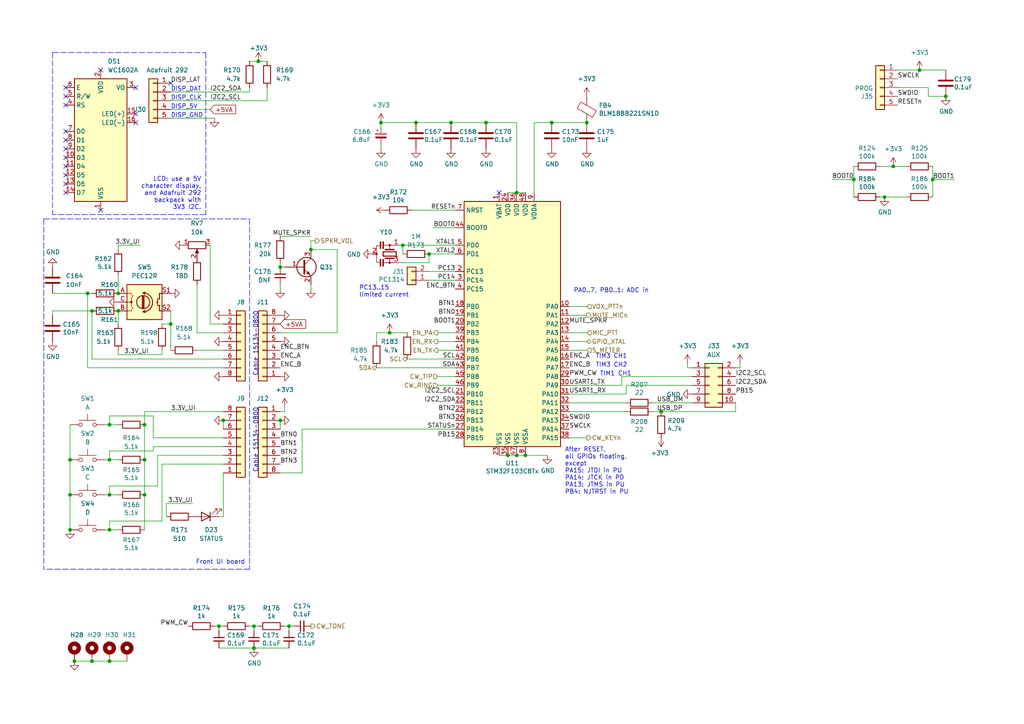
<source format=kicad_sch>
(kicad_sch (version 20211123) (generator eeschema)

  (uuid 5367a494-64b6-4f8c-adca-814c4b88525b)

  (paper "A4")

  (title_block
    (title "DART-70 TRX")
    (date "2023-03-06")
    (rev "0")
    (company "HB9EGM")
    (comment 1 "A 4m Band SSB/CW Transceiver")
    (comment 2 "User interface")
  )

  

  (junction (at 247.65 52.07) (diameter 0) (color 0 0 0 0)
    (uuid 0866ee23-d486-4d3a-a64d-98814c5ef163)
  )
  (junction (at 259.08 48.26) (diameter 0) (color 0 0 0 0)
    (uuid 0a368386-18d2-4ef6-8165-200b72a998f5)
  )
  (junction (at 31.75 153.67) (diameter 0) (color 0 0 0 0)
    (uuid 0f80f31f-72b7-4a12-98d4-1ab91816cb66)
  )
  (junction (at 34.29 85.09) (diameter 0) (color 0 0 0 0)
    (uuid 1276659c-ff14-4940-b214-e27c5bbbd628)
  )
  (junction (at 49.53 93.98) (diameter 0) (color 0 0 0 0)
    (uuid 13067acb-fde6-4e8f-bcd8-36f75030cd64)
  )
  (junction (at 31.75 123.19) (diameter 0) (color 0 0 0 0)
    (uuid 1b4d93c0-b76c-47a2-869f-90d3a6551a1b)
  )
  (junction (at 26.67 90.17) (diameter 0) (color 0 0 0 0)
    (uuid 1d8e009c-7943-40d7-8021-ed1bc658a4c2)
  )
  (junction (at 191.77 119.38) (diameter 0) (color 0 0 0 0)
    (uuid 27f5f687-72ed-4e01-8cef-3c4cc1c6eb50)
  )
  (junction (at 64.77 121.92) (diameter 0) (color 0 0 0 0)
    (uuid 2945d9a7-6deb-445b-b4b8-a7b72ad1634b)
  )
  (junction (at 266.7 20.32) (diameter 0) (color 0 0 0 0)
    (uuid 3a3e423a-0c3f-40d0-bc24-f2fd6c41cc34)
  )
  (junction (at 149.86 55.88) (diameter 0) (color 0 0 0 0)
    (uuid 3b398e0a-4c10-4dcc-aa1f-5dcd51a576d9)
  )
  (junction (at 20.32 143.51) (diameter 0) (color 0 0 0 0)
    (uuid 3e97b4b6-51fe-4831-8963-04e554d396f4)
  )
  (junction (at 124.46 73.66) (diameter 0) (color 0 0 0 0)
    (uuid 418a0e9c-c95f-4d4a-a88f-ec13faf3303c)
  )
  (junction (at 31.75 133.35) (diameter 0) (color 0 0 0 0)
    (uuid 43b68646-b8ec-4be3-a413-276bb49b62bd)
  )
  (junction (at 130.81 35.56) (diameter 0) (color 0 0 0 0)
    (uuid 463e71c6-e035-4ed0-9a41-c3c9633f2c78)
  )
  (junction (at 90.17 72.39) (diameter 0) (color 0 0 0 0)
    (uuid 4aeb06a7-de87-4606-9e7f-a948ca11c315)
  )
  (junction (at 74.93 17.78) (diameter 0) (color 0 0 0 0)
    (uuid 506b584a-7a0c-4748-9a0a-fd2df4f10b53)
  )
  (junction (at 31.75 191.77) (diameter 0) (color 0 0 0 0)
    (uuid 59cde6dd-9dca-42cc-926a-90d90b278d0e)
  )
  (junction (at 81.28 121.92) (diameter 0) (color 0 0 0 0)
    (uuid 5c4d51ff-53a5-48b4-8e8d-5a6fdb870410)
  )
  (junction (at 20.32 133.35) (diameter 0) (color 0 0 0 0)
    (uuid 60f9aea0-5552-4cff-adfd-7e3333a6c431)
  )
  (junction (at 256.54 57.15) (diameter 0) (color 0 0 0 0)
    (uuid 6d4ae51e-8ca2-4932-9759-eaa3b5ce6b35)
  )
  (junction (at 149.86 132.08) (diameter 0) (color 0 0 0 0)
    (uuid 70b621b6-45b5-43cb-9683-d589118723d7)
  )
  (junction (at 147.32 132.08) (diameter 0) (color 0 0 0 0)
    (uuid 73e2a101-0bc0-414b-9aa7-7eeb8a3caef1)
  )
  (junction (at 120.65 35.56) (diameter 0) (color 0 0 0 0)
    (uuid 752fa345-d8be-4e99-aad1-e88671f99643)
  )
  (junction (at 160.02 35.56) (diameter 0) (color 0 0 0 0)
    (uuid 77b09fa1-fbbb-49ab-94c4-069660b694ff)
  )
  (junction (at 73.66 187.96) (diameter 0) (color 0 0 0 0)
    (uuid 782b86fa-ef9f-4c16-a991-b44a80f0f0c3)
  )
  (junction (at 110.49 35.56) (diameter 0) (color 0 0 0 0)
    (uuid 7a569be9-30d3-40a6-bcfb-48572e4d943e)
  )
  (junction (at 63.5 181.61) (diameter 0) (color 0 0 0 0)
    (uuid 7efaeda2-e767-44b9-adb2-3a0c3f4d2f1d)
  )
  (junction (at 25.4 85.09) (diameter 0) (color 0 0 0 0)
    (uuid 862cd780-bf4e-4e2e-bb26-0952d83f334b)
  )
  (junction (at 83.82 181.61) (diameter 0) (color 0 0 0 0)
    (uuid 8847e751-6992-4f80-92c5-c3bef4b5dbf6)
  )
  (junction (at 116.84 71.12) (diameter 0) (color 0 0 0 0)
    (uuid 8c497335-9f19-4d8f-81b9-d3f6e5560190)
  )
  (junction (at 26.67 191.77) (diameter 0) (color 0 0 0 0)
    (uuid 98560b74-a1df-4f18-9056-9d04ee495b97)
  )
  (junction (at 140.97 35.56) (diameter 0) (color 0 0 0 0)
    (uuid 9cb0289b-897f-4a33-9575-6ead0989832a)
  )
  (junction (at 41.91 133.35) (diameter 0) (color 0 0 0 0)
    (uuid a306cb94-6ff0-43dc-b3ff-609bd041f651)
  )
  (junction (at 270.51 52.07) (diameter 0) (color 0 0 0 0)
    (uuid aa21b640-c66c-4373-8449-938440dd5f1c)
  )
  (junction (at 73.66 181.61) (diameter 0) (color 0 0 0 0)
    (uuid b2ecb88a-4c09-46d5-b24a-de38dbb48f75)
  )
  (junction (at 41.91 143.51) (diameter 0) (color 0 0 0 0)
    (uuid b47512f5-ddb1-4f6a-a01f-993a149ffa47)
  )
  (junction (at 152.4 132.08) (diameter 0) (color 0 0 0 0)
    (uuid b7e9cf10-b74e-4e80-a7f1-e33a29fe56de)
  )
  (junction (at 20.32 153.67) (diameter 0) (color 0 0 0 0)
    (uuid be9a62f2-23dd-41df-91a7-1f4ac377faf3)
  )
  (junction (at 81.28 77.47) (diameter 0) (color 0 0 0 0)
    (uuid c21d43cd-6a5c-49e4-8e47-27ce04de320c)
  )
  (junction (at 34.29 90.17) (diameter 0) (color 0 0 0 0)
    (uuid c2d3f10b-b9a2-4cb9-979d-644e3566b349)
  )
  (junction (at 21.59 191.77) (diameter 0) (color 0 0 0 0)
    (uuid c700ac3f-55c1-4328-ac50-f1d2cfb94ee9)
  )
  (junction (at 41.91 123.19) (diameter 0) (color 0 0 0 0)
    (uuid cc016ca4-b9a4-4d80-91ba-91d6e0df5bcc)
  )
  (junction (at 170.18 35.56) (diameter 0) (color 0 0 0 0)
    (uuid e1640c92-0a7b-4990-ae42-e9436c2a460d)
  )
  (junction (at 31.75 143.51) (diameter 0) (color 0 0 0 0)
    (uuid e4389c4e-c952-4182-9a64-3fb2a72a1786)
  )
  (junction (at 274.32 27.94) (diameter 0) (color 0 0 0 0)
    (uuid ed74c2b7-a3ac-4886-84f5-377b5e1bbbfc)
  )
  (junction (at 113.03 96.52) (diameter 0) (color 0 0 0 0)
    (uuid ff6d9fdb-84d0-4d1c-a636-19102cb32ce0)
  )

  (no_connect (at 19.05 30.48) (uuid 27a098aa-a54a-4603-8a04-fe8def00e684))
  (no_connect (at 19.05 25.4) (uuid 32b8b153-c903-4741-ad0e-f8d9602e50e4))
  (no_connect (at 39.37 33.02) (uuid 342988be-16c5-4d72-82f4-e65b4c5f0a23))
  (no_connect (at 19.05 45.72) (uuid 4f2980f5-7c43-4875-a7d2-8b8b265a1e46))
  (no_connect (at 19.05 40.64) (uuid 5187d1a9-67b2-40c1-a07c-4e0e8a38791d))
  (no_connect (at 39.37 35.56) (uuid 54760758-af89-4a41-a60d-e1b689c5006e))
  (no_connect (at 29.21 20.32) (uuid 5e0f13bf-804a-411e-8f5a-2678db83e4a0))
  (no_connect (at 19.05 38.1) (uuid 657b9520-f4f5-4bbd-96e9-e7037197e3d3))
  (no_connect (at 19.05 53.34) (uuid 68b3df11-6847-4453-820a-85d602ac575b))
  (no_connect (at 19.05 43.18) (uuid 7470b900-3f1e-497f-b369-8aad981a3392))
  (no_connect (at 29.21 60.96) (uuid 94d11b9d-6eb0-4385-9ae1-ddcc32221de4))
  (no_connect (at 19.05 48.26) (uuid 98bce542-8d71-44ac-8b06-d20ab5e9152b))
  (no_connect (at 19.05 55.88) (uuid 9a013d10-199f-4d04-bd4c-941faf08d324))
  (no_connect (at 144.78 55.88) (uuid b1a7eebe-6925-4250-9db7-8e9e0fa6cd98))
  (no_connect (at 19.05 27.94) (uuid cbf32607-4f05-4315-90ea-7b1ad43a34e7))
  (no_connect (at 49.53 24.13) (uuid d201603c-e100-4dec-85ec-f4b2f2d1beac))
  (no_connect (at 39.37 25.4) (uuid e52ceaab-2ff4-49eb-abf8-ad8d6eddfba5))
  (no_connect (at 19.05 50.8) (uuid e57a82f1-c1a2-475f-b5ba-dfeed83c5d9b))

  (wire (pts (xy 49.53 26.67) (xy 72.39 26.67))
    (stroke (width 0) (type default) (color 0 0 0 0))
    (uuid 0172fa94-4b7c-4d5e-bde6-27bb171b91e9)
  )
  (wire (pts (xy 63.5 149.86) (xy 64.77 149.86))
    (stroke (width 0) (type default) (color 0 0 0 0))
    (uuid 01bec52d-63c5-49e5-955c-569d1162d97f)
  )
  (wire (pts (xy 34.29 71.12) (xy 40.64 71.12))
    (stroke (width 0) (type default) (color 0 0 0 0))
    (uuid 0242d9ef-e4f8-46fc-9a77-e91737006838)
  )
  (wire (pts (xy 60.96 71.12) (xy 60.96 93.98))
    (stroke (width 0) (type default) (color 0 0 0 0))
    (uuid 02f4b20d-c9a8-4969-8fae-b3557e58a4d5)
  )
  (wire (pts (xy 34.29 93.98) (xy 34.29 90.17))
    (stroke (width 0) (type default) (color 0 0 0 0))
    (uuid 035870a0-33fd-4542-9093-58d01a043d61)
  )
  (wire (pts (xy 119.38 60.96) (xy 132.08 60.96))
    (stroke (width 0) (type default) (color 0 0 0 0))
    (uuid 0454b0ed-4e94-46b1-9058-7210ddee62e4)
  )
  (wire (pts (xy 34.29 101.6) (xy 34.29 102.87))
    (stroke (width 0) (type default) (color 0 0 0 0))
    (uuid 075e8b22-aaf4-4757-89b3-6249642534f1)
  )
  (wire (pts (xy 170.18 127) (xy 165.1 127))
    (stroke (width 0) (type default) (color 0 0 0 0))
    (uuid 092bd70b-48e0-45b7-9940-021b2d382881)
  )
  (wire (pts (xy 44.45 120.65) (xy 31.75 120.65))
    (stroke (width 0) (type default) (color 0 0 0 0))
    (uuid 09f2736c-9021-4d8c-8548-ee1072a97795)
  )
  (wire (pts (xy 165.1 88.9) (xy 170.18 88.9))
    (stroke (width 0) (type default) (color 0 0 0 0))
    (uuid 09f67069-9731-43ad-9896-f538c04ef5ba)
  )
  (wire (pts (xy 15.24 91.44) (xy 15.24 90.17))
    (stroke (width 0) (type default) (color 0 0 0 0))
    (uuid 1021e01a-7480-4604-9b82-a8d70899e83d)
  )
  (wire (pts (xy 34.29 133.35) (xy 31.75 133.35))
    (stroke (width 0) (type default) (color 0 0 0 0))
    (uuid 10acd6cf-9aa0-464b-9051-98ec9eb1cee0)
  )
  (wire (pts (xy 48.26 146.05) (xy 55.88 146.05))
    (stroke (width 0) (type default) (color 0 0 0 0))
    (uuid 11719fed-d88d-4530-9c26-831b28b31b78)
  )
  (wire (pts (xy 64.77 132.08) (xy 45.72 132.08))
    (stroke (width 0) (type default) (color 0 0 0 0))
    (uuid 117ea635-ba04-4738-95f8-db64471b3c10)
  )
  (wire (pts (xy 127 101.6) (xy 132.08 101.6))
    (stroke (width 0) (type default) (color 0 0 0 0))
    (uuid 1627b889-41c1-4638-81bb-2059620a165d)
  )
  (wire (pts (xy 127 111.76) (xy 132.08 111.76))
    (stroke (width 0) (type default) (color 0 0 0 0))
    (uuid 166aacf9-9169-4bbe-a203-0c1180fa7c79)
  )
  (wire (pts (xy 266.7 20.32) (xy 274.32 20.32))
    (stroke (width 0) (type default) (color 0 0 0 0))
    (uuid 183d445a-de65-4a66-9059-9ba25be6a94a)
  )
  (wire (pts (xy 21.59 191.77) (xy 26.67 191.77))
    (stroke (width 0) (type default) (color 0 0 0 0))
    (uuid 1998e0d6-130d-4ba8-96ae-888a1f6e3081)
  )
  (wire (pts (xy 110.49 41.91) (xy 110.49 43.18))
    (stroke (width 0) (type default) (color 0 0 0 0))
    (uuid 1a795a6f-1bc6-41fb-82d7-5ae528094d84)
  )
  (wire (pts (xy 270.51 52.07) (xy 276.86 52.07))
    (stroke (width 0) (type default) (color 0 0 0 0))
    (uuid 1aa1dab1-f1aa-419d-8e2b-8cd33b1239aa)
  )
  (wire (pts (xy 200.66 106.68) (xy 199.39 106.68))
    (stroke (width 0) (type default) (color 0 0 0 0))
    (uuid 1ce4bd63-126a-47fe-ad75-2c3d3b6c90fd)
  )
  (wire (pts (xy 90.17 69.85) (xy 91.44 69.85))
    (stroke (width 0) (type default) (color 0 0 0 0))
    (uuid 1d79b872-4247-447b-8107-559d53ddd5a5)
  )
  (wire (pts (xy 189.23 116.84) (xy 200.66 116.84))
    (stroke (width 0) (type default) (color 0 0 0 0))
    (uuid 1da5016e-cc92-4895-a74f-9793b5b27afa)
  )
  (wire (pts (xy 130.81 35.56) (xy 140.97 35.56))
    (stroke (width 0) (type default) (color 0 0 0 0))
    (uuid 2330a65f-a667-4564-b2ea-fd267508069a)
  )
  (wire (pts (xy 260.35 20.32) (xy 266.7 20.32))
    (stroke (width 0) (type default) (color 0 0 0 0))
    (uuid 23425199-2ac8-404e-b295-8bb0276f526e)
  )
  (wire (pts (xy 200.66 111.76) (xy 181.61 111.76))
    (stroke (width 0) (type default) (color 0 0 0 0))
    (uuid 238ce6dc-0557-409a-ab04-93448fccaac4)
  )
  (wire (pts (xy 160.02 35.56) (xy 154.94 35.56))
    (stroke (width 0) (type default) (color 0 0 0 0))
    (uuid 23d269d6-d694-442a-bf5d-98bf3544fc31)
  )
  (wire (pts (xy 165.1 116.84) (xy 181.61 116.84))
    (stroke (width 0) (type default) (color 0 0 0 0))
    (uuid 23ee83b6-5b95-4d9f-9ad1-3b6563750444)
  )
  (wire (pts (xy 269.24 25.4) (xy 269.24 27.94))
    (stroke (width 0) (type default) (color 0 0 0 0))
    (uuid 2480dd87-1dff-4a50-81a2-52ef161ac45c)
  )
  (wire (pts (xy 259.08 48.26) (xy 262.89 48.26))
    (stroke (width 0) (type default) (color 0 0 0 0))
    (uuid 24884ea9-449f-44bf-b800-4ed7c93ce21e)
  )
  (wire (pts (xy 63.5 181.61) (xy 63.5 182.88))
    (stroke (width 0) (type default) (color 0 0 0 0))
    (uuid 251435cb-df17-46ab-aac4-3d24ccac8db0)
  )
  (wire (pts (xy 109.22 106.68) (xy 132.08 106.68))
    (stroke (width 0) (type default) (color 0 0 0 0))
    (uuid 25892d42-97fc-44a1-b3ba-aeb16f99fc18)
  )
  (polyline (pts (xy 12.7 63.5) (xy 12.7 165.1))
    (stroke (width 0) (type default) (color 0 0 0 0))
    (uuid 2713b852-bf79-44b8-86d7-5e0782348c75)
  )

  (wire (pts (xy 34.29 123.19) (xy 31.75 123.19))
    (stroke (width 0) (type default) (color 0 0 0 0))
    (uuid 2965eaa9-5c83-4078-a673-05e36103f2d1)
  )
  (wire (pts (xy 26.67 104.14) (xy 64.77 104.14))
    (stroke (width 0) (type default) (color 0 0 0 0))
    (uuid 2b7ff33a-ec1c-46d5-8b84-ce602b213971)
  )
  (wire (pts (xy 127 109.22) (xy 132.08 109.22))
    (stroke (width 0) (type default) (color 0 0 0 0))
    (uuid 2bd08fdd-e559-4112-af36-bdef9848d0a6)
  )
  (wire (pts (xy 81.28 96.52) (xy 97.79 96.52))
    (stroke (width 0) (type default) (color 0 0 0 0))
    (uuid 2c6ad630-243d-427a-a5cf-bdab2e7e3ca0)
  )
  (wire (pts (xy 64.77 134.62) (xy 46.99 134.62))
    (stroke (width 0) (type default) (color 0 0 0 0))
    (uuid 2e004af1-24c2-4d3f-9cdf-8ffccd65096d)
  )
  (wire (pts (xy 57.15 82.55) (xy 57.15 96.52))
    (stroke (width 0) (type default) (color 0 0 0 0))
    (uuid 34bc620a-9d77-48b4-909a-ab4e80c66d2f)
  )
  (polyline (pts (xy 59.69 15.24) (xy 59.69 62.23))
    (stroke (width 0) (type default) (color 0 0 0 0))
    (uuid 36dbbb14-ed77-4633-af35-90660d2143f3)
  )

  (wire (pts (xy 120.65 35.56) (xy 130.81 35.56))
    (stroke (width 0) (type default) (color 0 0 0 0))
    (uuid 37e843e9-2538-4a91-9a9b-f536fa0a9e84)
  )
  (wire (pts (xy 64.77 127) (xy 44.45 127))
    (stroke (width 0) (type default) (color 0 0 0 0))
    (uuid 38d4be64-e2ca-4c77-8402-c0bcde2a8985)
  )
  (wire (pts (xy 247.65 52.07) (xy 247.65 57.15))
    (stroke (width 0) (type default) (color 0 0 0 0))
    (uuid 39fc171f-22e1-4125-a6fb-074be0f89972)
  )
  (wire (pts (xy 110.49 35.56) (xy 120.65 35.56))
    (stroke (width 0) (type default) (color 0 0 0 0))
    (uuid 3a013e8f-5b12-499b-8d2d-0ad49966db1a)
  )
  (wire (pts (xy 83.82 182.88) (xy 83.82 181.61))
    (stroke (width 0) (type default) (color 0 0 0 0))
    (uuid 3d927ca0-f4ad-42ab-b902-dfef8d84eebb)
  )
  (wire (pts (xy 270.51 52.07) (xy 270.51 57.15))
    (stroke (width 0) (type default) (color 0 0 0 0))
    (uuid 3ecb97a2-d71c-4514-8aef-66aafaac321d)
  )
  (wire (pts (xy 31.75 151.13) (xy 31.75 153.67))
    (stroke (width 0) (type default) (color 0 0 0 0))
    (uuid 3ecfdc85-ccb3-4449-a7de-24b5b9ff8623)
  )
  (wire (pts (xy 73.66 187.96) (xy 83.82 187.96))
    (stroke (width 0) (type default) (color 0 0 0 0))
    (uuid 3fc3a397-ec3a-4314-aa6a-44925ef4cbbe)
  )
  (wire (pts (xy 189.23 119.38) (xy 191.77 119.38))
    (stroke (width 0) (type default) (color 0 0 0 0))
    (uuid 40e94887-1b6b-450e-82b0-77f516f4e620)
  )
  (polyline (pts (xy 15.24 15.24) (xy 59.69 15.24))
    (stroke (width 0) (type default) (color 0 0 0 0))
    (uuid 437ebe18-8f4c-4d60-9ade-e76424d17726)
  )

  (wire (pts (xy 83.82 181.61) (xy 85.09 181.61))
    (stroke (width 0) (type default) (color 0 0 0 0))
    (uuid 4736f749-4a0e-4a05-b1aa-d51f1c3fc23d)
  )
  (wire (pts (xy 160.02 35.56) (xy 170.18 35.56))
    (stroke (width 0) (type default) (color 0 0 0 0))
    (uuid 4829bee0-faa8-43f7-b2d7-8a6e5d1b3050)
  )
  (wire (pts (xy 34.29 80.01) (xy 34.29 85.09))
    (stroke (width 0) (type default) (color 0 0 0 0))
    (uuid 487cb37f-32e1-4fcc-b649-1ddd891984c5)
  )
  (wire (pts (xy 34.29 72.39) (xy 34.29 71.12))
    (stroke (width 0) (type default) (color 0 0 0 0))
    (uuid 4ac2ebce-bb4e-40ee-8aab-660b525d546b)
  )
  (wire (pts (xy 124.46 78.74) (xy 132.08 78.74))
    (stroke (width 0) (type default) (color 0 0 0 0))
    (uuid 4cd135a5-fdd1-4851-864a-dadf7c96d9ff)
  )
  (wire (pts (xy 20.32 123.19) (xy 20.32 133.35))
    (stroke (width 0) (type default) (color 0 0 0 0))
    (uuid 4d43e674-c1c0-4e11-b129-01108db367aa)
  )
  (wire (pts (xy 260.35 25.4) (xy 269.24 25.4))
    (stroke (width 0) (type default) (color 0 0 0 0))
    (uuid 4f69bb40-cbf2-45c5-8c23-3e0667e1f6c1)
  )
  (wire (pts (xy 165.1 114.3) (xy 181.61 114.3))
    (stroke (width 0) (type default) (color 0 0 0 0))
    (uuid 500298f6-b9ed-4e53-bde6-024545f1a90a)
  )
  (wire (pts (xy 214.63 106.68) (xy 214.63 105.41))
    (stroke (width 0) (type default) (color 0 0 0 0))
    (uuid 51294343-90f3-4619-bc53-1c73bf8c5427)
  )
  (wire (pts (xy 44.45 129.54) (xy 44.45 130.81))
    (stroke (width 0) (type default) (color 0 0 0 0))
    (uuid 5340b604-f44f-4b11-a6bf-532ca4d65b6f)
  )
  (wire (pts (xy 165.1 99.06) (xy 170.18 99.06))
    (stroke (width 0) (type default) (color 0 0 0 0))
    (uuid 53b642b8-d876-4cba-97a5-d4c9c528a2c5)
  )
  (wire (pts (xy 74.93 17.78) (xy 72.39 17.78))
    (stroke (width 0) (type default) (color 0 0 0 0))
    (uuid 5650bed6-fa0f-4e0e-bc2c-475445b4cde8)
  )
  (wire (pts (xy 64.77 101.6) (xy 57.15 101.6))
    (stroke (width 0) (type default) (color 0 0 0 0))
    (uuid 58839379-e082-4fb4-906e-c6877a462c18)
  )
  (wire (pts (xy 34.29 143.51) (xy 31.75 143.51))
    (stroke (width 0) (type default) (color 0 0 0 0))
    (uuid 595e8034-8a59-4a5c-b366-f8604d8aa4da)
  )
  (wire (pts (xy 247.65 48.26) (xy 247.65 52.07))
    (stroke (width 0) (type default) (color 0 0 0 0))
    (uuid 5af71f61-4c88-4f07-8375-dac3a2ef186d)
  )
  (wire (pts (xy 110.49 35.56) (xy 110.49 36.83))
    (stroke (width 0) (type default) (color 0 0 0 0))
    (uuid 5e8f43a4-e869-473e-b093-0ec79ea19580)
  )
  (wire (pts (xy 269.24 27.94) (xy 274.32 27.94))
    (stroke (width 0) (type default) (color 0 0 0 0))
    (uuid 61b6f2c4-b226-47d6-bbd8-9d67fcaf35c3)
  )
  (wire (pts (xy 256.54 57.15) (xy 262.89 57.15))
    (stroke (width 0) (type default) (color 0 0 0 0))
    (uuid 61e795c9-5bb5-48b3-b7a0-cb64f04c7adc)
  )
  (wire (pts (xy 49.53 101.6) (xy 49.53 93.98))
    (stroke (width 0) (type default) (color 0 0 0 0))
    (uuid 62bb59d5-9173-4472-8052-d1f9b5eb8ddd)
  )
  (wire (pts (xy 48.26 146.05) (xy 48.26 149.86))
    (stroke (width 0) (type default) (color 0 0 0 0))
    (uuid 653c064d-2952-4357-b6d2-6994eafa06e3)
  )
  (wire (pts (xy 34.29 153.67) (xy 31.75 153.67))
    (stroke (width 0) (type default) (color 0 0 0 0))
    (uuid 66d98295-60ac-4b7d-a181-3284b2b387bc)
  )
  (wire (pts (xy 124.46 76.2) (xy 124.46 73.66))
    (stroke (width 0) (type default) (color 0 0 0 0))
    (uuid 677a1070-c11b-49a9-8186-12e0a3e880b1)
  )
  (wire (pts (xy 77.47 29.21) (xy 77.47 25.4))
    (stroke (width 0) (type default) (color 0 0 0 0))
    (uuid 679e5b0e-a017-43d8-8845-79a886253d82)
  )
  (wire (pts (xy 26.67 191.77) (xy 31.75 191.77))
    (stroke (width 0) (type default) (color 0 0 0 0))
    (uuid 67a7995e-8784-42ca-a88d-2917f425f1b7)
  )
  (polyline (pts (xy 15.24 15.24) (xy 15.24 62.23))
    (stroke (width 0) (type default) (color 0 0 0 0))
    (uuid 6c1a4ff4-84d5-4723-9271-598658bada11)
  )

  (wire (pts (xy 165.1 111.76) (xy 180.34 111.76))
    (stroke (width 0) (type default) (color 0 0 0 0))
    (uuid 6f75ea3e-6135-44f5-9313-1aad839ab6f6)
  )
  (wire (pts (xy 49.53 93.98) (xy 49.53 90.17))
    (stroke (width 0) (type default) (color 0 0 0 0))
    (uuid 6fdaf790-6595-4496-8ecc-66a8fce05a7e)
  )
  (wire (pts (xy 31.75 153.67) (xy 30.48 153.67))
    (stroke (width 0) (type default) (color 0 0 0 0))
    (uuid 7015e2a0-a2e3-4f1d-a3b4-6e3232db9600)
  )
  (wire (pts (xy 74.93 17.78) (xy 77.47 17.78))
    (stroke (width 0) (type default) (color 0 0 0 0))
    (uuid 70fbc14f-75ce-4a72-aeed-887f01f7e9b7)
  )
  (wire (pts (xy 62.23 181.61) (xy 63.5 181.61))
    (stroke (width 0) (type default) (color 0 0 0 0))
    (uuid 742f6656-c86d-41c0-937e-ef6ded3bd482)
  )
  (wire (pts (xy 82.55 119.38) (xy 81.28 119.38))
    (stroke (width 0) (type default) (color 0 0 0 0))
    (uuid 759cc877-c951-4232-8801-84944e2711e0)
  )
  (wire (pts (xy 31.75 143.51) (xy 30.48 143.51))
    (stroke (width 0) (type default) (color 0 0 0 0))
    (uuid 79e9b764-7934-4c55-bbe2-66da90857ed4)
  )
  (wire (pts (xy 140.97 35.56) (xy 149.86 35.56))
    (stroke (width 0) (type default) (color 0 0 0 0))
    (uuid 7c1fd6fc-5c53-4ccb-a456-46fe6fc0bc71)
  )
  (wire (pts (xy 34.29 102.87) (xy 46.99 102.87))
    (stroke (width 0) (type default) (color 0 0 0 0))
    (uuid 7d0bbe80-0957-4d01-9233-f16ef102a13b)
  )
  (wire (pts (xy 82.55 181.61) (xy 83.82 181.61))
    (stroke (width 0) (type default) (color 0 0 0 0))
    (uuid 7d512d14-3ca4-4934-b506-eb07d268c7dc)
  )
  (wire (pts (xy 255.27 48.26) (xy 259.08 48.26))
    (stroke (width 0) (type default) (color 0 0 0 0))
    (uuid 7dd55760-37b2-4d89-b4f0-9a6e2271c608)
  )
  (wire (pts (xy 49.53 31.75) (xy 60.96 31.75))
    (stroke (width 0) (type default) (color 0 0 0 0))
    (uuid 7dea5b06-9728-4946-ac18-76df3b51d33b)
  )
  (wire (pts (xy 147.32 132.08) (xy 144.78 132.08))
    (stroke (width 0) (type default) (color 0 0 0 0))
    (uuid 7f2c9904-545b-4337-acd6-8707e0924818)
  )
  (wire (pts (xy 31.75 120.65) (xy 31.75 123.19))
    (stroke (width 0) (type default) (color 0 0 0 0))
    (uuid 7f70a162-654d-4a57-bc5d-a31cdfbe16ab)
  )
  (wire (pts (xy 270.51 48.26) (xy 270.51 52.07))
    (stroke (width 0) (type default) (color 0 0 0 0))
    (uuid 81d49193-5849-4589-9095-80c5e3a0c2bb)
  )
  (wire (pts (xy 41.91 133.35) (xy 41.91 123.19))
    (stroke (width 0) (type default) (color 0 0 0 0))
    (uuid 83b77b4d-dcc2-4e93-a5f3-1d1480646393)
  )
  (wire (pts (xy 199.39 106.68) (xy 199.39 105.41))
    (stroke (width 0) (type default) (color 0 0 0 0))
    (uuid 83f19178-b5ce-4eb0-8662-85efc8e40ad9)
  )
  (wire (pts (xy 82.55 118.11) (xy 82.55 119.38))
    (stroke (width 0) (type default) (color 0 0 0 0))
    (uuid 8531137a-1a8b-4272-8a2a-21ebe15116a8)
  )
  (wire (pts (xy 255.27 57.15) (xy 256.54 57.15))
    (stroke (width 0) (type default) (color 0 0 0 0))
    (uuid 875404be-e359-458a-af29-1bd3403dd55f)
  )
  (wire (pts (xy 170.18 96.52) (xy 165.1 96.52))
    (stroke (width 0) (type default) (color 0 0 0 0))
    (uuid 8916cfb5-5541-43a9-8e0e-951b776d485c)
  )
  (wire (pts (xy 90.17 69.85) (xy 90.17 72.39))
    (stroke (width 0) (type default) (color 0 0 0 0))
    (uuid 8c018d47-5ab9-4aea-a37a-71038b398265)
  )
  (wire (pts (xy 64.77 129.54) (xy 44.45 129.54))
    (stroke (width 0) (type default) (color 0 0 0 0))
    (uuid 8cad3c76-9d14-47b0-af16-b1d45fb7e210)
  )
  (wire (pts (xy 25.4 85.09) (xy 25.4 106.68))
    (stroke (width 0) (type default) (color 0 0 0 0))
    (uuid 8cc76f91-ded4-40ee-b697-880b3a291e2e)
  )
  (wire (pts (xy 20.32 143.51) (xy 20.32 153.67))
    (stroke (width 0) (type default) (color 0 0 0 0))
    (uuid 8d760ab7-cb5d-426a-b4aa-fb7e0964cb41)
  )
  (wire (pts (xy 113.03 96.52) (xy 118.11 96.52))
    (stroke (width 0) (type default) (color 0 0 0 0))
    (uuid 8eee2ea4-1445-45c5-abf0-47f99f0cf976)
  )
  (wire (pts (xy 73.66 181.61) (xy 74.93 181.61))
    (stroke (width 0) (type default) (color 0 0 0 0))
    (uuid 9004cee7-358e-4c08-9d64-a05f28a4e7b6)
  )
  (wire (pts (xy 15.24 85.09) (xy 25.4 85.09))
    (stroke (width 0) (type default) (color 0 0 0 0))
    (uuid 901dc96c-698d-427d-880a-ee46536a481f)
  )
  (wire (pts (xy 81.28 77.47) (xy 82.55 77.47))
    (stroke (width 0) (type default) (color 0 0 0 0))
    (uuid 91b93633-9d4a-4170-b7ca-34e2d5aedb1e)
  )
  (wire (pts (xy 124.46 73.66) (xy 132.08 73.66))
    (stroke (width 0) (type default) (color 0 0 0 0))
    (uuid 92cf4db4-2dba-4763-9cd8-3c7f8aff8f24)
  )
  (wire (pts (xy 124.46 76.2) (xy 115.57 76.2))
    (stroke (width 0) (type default) (color 0 0 0 0))
    (uuid 93b580d1-c2df-48c4-9d06-465ca9d3eebc)
  )
  (wire (pts (xy 31.75 130.81) (xy 31.75 133.35))
    (stroke (width 0) (type default) (color 0 0 0 0))
    (uuid 93da3a85-5fda-48d7-be90-2ac97d347c10)
  )
  (wire (pts (xy 31.75 133.35) (xy 30.48 133.35))
    (stroke (width 0) (type default) (color 0 0 0 0))
    (uuid 9a54de37-9a36-4361-8f2a-998faf1c0711)
  )
  (wire (pts (xy 87.63 124.46) (xy 132.08 124.46))
    (stroke (width 0) (type default) (color 0 0 0 0))
    (uuid 9c00f763-4387-4dca-9d2a-687600fcbd31)
  )
  (wire (pts (xy 26.67 90.17) (xy 26.67 104.14))
    (stroke (width 0) (type default) (color 0 0 0 0))
    (uuid a17a454c-d5db-41e2-aad7-bb23416d3abb)
  )
  (wire (pts (xy 46.99 93.98) (xy 49.53 93.98))
    (stroke (width 0) (type default) (color 0 0 0 0))
    (uuid a1c9f66a-0fa1-46bb-9bd5-47e853da8b3b)
  )
  (wire (pts (xy 149.86 55.88) (xy 147.32 55.88))
    (stroke (width 0) (type default) (color 0 0 0 0))
    (uuid a32fe8ab-5810-40f6-8eab-48332c0ee5a0)
  )
  (wire (pts (xy 81.28 83.82) (xy 81.28 82.55))
    (stroke (width 0) (type default) (color 0 0 0 0))
    (uuid a6772870-a42e-49f8-bd4d-a35118c5fb87)
  )
  (wire (pts (xy 31.75 123.19) (xy 30.48 123.19))
    (stroke (width 0) (type default) (color 0 0 0 0))
    (uuid a8ec01c3-5395-47fc-8245-52f53884ef0c)
  )
  (wire (pts (xy 124.46 81.28) (xy 132.08 81.28))
    (stroke (width 0) (type default) (color 0 0 0 0))
    (uuid ab5db7e5-9de7-449f-b70b-9d0dd610b10b)
  )
  (wire (pts (xy 116.84 73.66) (xy 116.84 71.12))
    (stroke (width 0) (type default) (color 0 0 0 0))
    (uuid ac5a5c45-797a-4bbe-bfd5-5ce5a8aa3463)
  )
  (wire (pts (xy 109.22 99.06) (xy 109.22 96.52))
    (stroke (width 0) (type default) (color 0 0 0 0))
    (uuid acc086a0-e4a1-477e-a665-53709bdb472e)
  )
  (wire (pts (xy 81.28 121.92) (xy 81.28 124.46))
    (stroke (width 0) (type default) (color 0 0 0 0))
    (uuid adcad185-ae9d-4ff3-9043-36c650cb42a0)
  )
  (wire (pts (xy 81.28 76.2) (xy 81.28 77.47))
    (stroke (width 0) (type default) (color 0 0 0 0))
    (uuid ae0da676-b905-4af3-8d1e-af49105ca29d)
  )
  (wire (pts (xy 46.99 151.13) (xy 31.75 151.13))
    (stroke (width 0) (type default) (color 0 0 0 0))
    (uuid ae15e328-ecca-4103-8937-cab586d25863)
  )
  (wire (pts (xy 152.4 132.08) (xy 149.86 132.08))
    (stroke (width 0) (type default) (color 0 0 0 0))
    (uuid b05af61d-3c1d-44cf-aea2-61fd169c9d1a)
  )
  (wire (pts (xy 31.75 191.77) (xy 36.83 191.77))
    (stroke (width 0) (type default) (color 0 0 0 0))
    (uuid b28ba5b1-54d9-4597-94a4-3b5c7b5bab1e)
  )
  (wire (pts (xy 149.86 35.56) (xy 149.86 55.88))
    (stroke (width 0) (type default) (color 0 0 0 0))
    (uuid b3eebb03-af8c-48e8-a7d9-5ec3741206fa)
  )
  (wire (pts (xy 213.36 119.38) (xy 213.36 116.84))
    (stroke (width 0) (type default) (color 0 0 0 0))
    (uuid b54abf56-b9e3-4a23-9f8d-55ca0e49fa17)
  )
  (polyline (pts (xy 72.39 63.5) (xy 72.39 165.1))
    (stroke (width 0) (type default) (color 0 0 0 0))
    (uuid b7352d31-f539-445c-ba3f-fbc1562b3d46)
  )

  (wire (pts (xy 165.1 119.38) (xy 181.61 119.38))
    (stroke (width 0) (type default) (color 0 0 0 0))
    (uuid b9baffa3-7afd-4d0f-b872-02cd045ef6e6)
  )
  (wire (pts (xy 181.61 111.76) (xy 181.61 114.3))
    (stroke (width 0) (type default) (color 0 0 0 0))
    (uuid b9fce689-53c2-4275-98d8-2c8da9bd740a)
  )
  (wire (pts (xy 116.84 71.12) (xy 115.57 71.12))
    (stroke (width 0) (type default) (color 0 0 0 0))
    (uuid ba80136a-34d0-4a97-a9c9-c43ab3f7be6e)
  )
  (wire (pts (xy 97.79 96.52) (xy 97.79 72.39))
    (stroke (width 0) (type default) (color 0 0 0 0))
    (uuid baa5fb47-0080-48ce-a6eb-0a22f840580d)
  )
  (wire (pts (xy 152.4 55.88) (xy 149.86 55.88))
    (stroke (width 0) (type default) (color 0 0 0 0))
    (uuid bade9875-e59b-4d52-b529-c48d7c265fc4)
  )
  (wire (pts (xy 81.28 137.16) (xy 87.63 137.16))
    (stroke (width 0) (type default) (color 0 0 0 0))
    (uuid bb740424-d759-4423-b2a5-0258d69ff2b8)
  )
  (wire (pts (xy 49.53 29.21) (xy 77.47 29.21))
    (stroke (width 0) (type default) (color 0 0 0 0))
    (uuid bc913ca4-9065-43d2-9d7f-c7073d14811d)
  )
  (wire (pts (xy 170.18 101.6) (xy 165.1 101.6))
    (stroke (width 0) (type default) (color 0 0 0 0))
    (uuid bcb9de97-da39-48c2-ba62-52171a3a19f8)
  )
  (wire (pts (xy 64.77 93.98) (xy 60.96 93.98))
    (stroke (width 0) (type default) (color 0 0 0 0))
    (uuid bcc6231b-fada-4e7b-994f-501a10edaac4)
  )
  (wire (pts (xy 118.11 104.14) (xy 132.08 104.14))
    (stroke (width 0) (type default) (color 0 0 0 0))
    (uuid bd09b87f-3171-467c-9c1b-9b264cb5811f)
  )
  (wire (pts (xy 45.72 132.08) (xy 45.72 140.97))
    (stroke (width 0) (type default) (color 0 0 0 0))
    (uuid bdc362f0-8353-4b85-a2e5-77a124b70e3e)
  )
  (wire (pts (xy 90.17 83.82) (xy 90.17 82.55))
    (stroke (width 0) (type default) (color 0 0 0 0))
    (uuid be3969cd-6eb6-46db-b717-5a91b206baa1)
  )
  (wire (pts (xy 127 99.06) (xy 132.08 99.06))
    (stroke (width 0) (type default) (color 0 0 0 0))
    (uuid becafcb0-5d08-48f4-89ce-b2a1334e1c9f)
  )
  (wire (pts (xy 46.99 134.62) (xy 46.99 151.13))
    (stroke (width 0) (type default) (color 0 0 0 0))
    (uuid bff5a479-d653-4ef3-9142-cd1c60af5e4c)
  )
  (wire (pts (xy 87.63 137.16) (xy 87.63 124.46))
    (stroke (width 0) (type default) (color 0 0 0 0))
    (uuid c11bad5b-a36f-48f7-a423-b6938509b64c)
  )
  (wire (pts (xy 25.4 85.09) (xy 26.67 85.09))
    (stroke (width 0) (type default) (color 0 0 0 0))
    (uuid c3bf758f-2f4a-44b5-89bd-399138aded84)
  )
  (wire (pts (xy 64.77 121.92) (xy 64.77 124.46))
    (stroke (width 0) (type default) (color 0 0 0 0))
    (uuid c441a9cc-dcbd-450c-98b0-ba6bf2893466)
  )
  (wire (pts (xy 109.22 96.52) (xy 113.03 96.52))
    (stroke (width 0) (type default) (color 0 0 0 0))
    (uuid c4f64510-07d5-4ae3-902b-5d0e59c44376)
  )
  (wire (pts (xy 180.34 109.22) (xy 200.66 109.22))
    (stroke (width 0) (type default) (color 0 0 0 0))
    (uuid ca0eab8e-e3fd-464d-bb03-d1603b8a651b)
  )
  (wire (pts (xy 213.36 106.68) (xy 214.63 106.68))
    (stroke (width 0) (type default) (color 0 0 0 0))
    (uuid cb175638-626b-4672-842d-6eb93527cdee)
  )
  (wire (pts (xy 72.39 26.67) (xy 72.39 25.4))
    (stroke (width 0) (type default) (color 0 0 0 0))
    (uuid cf02db11-2ff8-4f79-b3e9-9802575ab786)
  )
  (polyline (pts (xy 72.39 165.1) (xy 12.7 165.1))
    (stroke (width 0) (type default) (color 0 0 0 0))
    (uuid d1139c2e-c886-424c-a875-a1901610c4d7)
  )

  (wire (pts (xy 154.94 35.56) (xy 154.94 55.88))
    (stroke (width 0) (type default) (color 0 0 0 0))
    (uuid d1ea7795-8403-4edb-b959-1b29f77ed16f)
  )
  (wire (pts (xy 26.67 90.17) (xy 15.24 90.17))
    (stroke (width 0) (type default) (color 0 0 0 0))
    (uuid d4d81f67-fac4-4771-8b7d-f2089683330d)
  )
  (wire (pts (xy 73.66 182.88) (xy 73.66 181.61))
    (stroke (width 0) (type default) (color 0 0 0 0))
    (uuid d8ebdeb0-2bbd-4a1b-a259-f95c97f44cbe)
  )
  (wire (pts (xy 72.39 181.61) (xy 73.66 181.61))
    (stroke (width 0) (type default) (color 0 0 0 0))
    (uuid dacfc6b2-f197-4446-86ee-d141533404be)
  )
  (wire (pts (xy 97.79 72.39) (xy 90.17 72.39))
    (stroke (width 0) (type default) (color 0 0 0 0))
    (uuid db2d81f3-23da-41d4-9b62-2e8fe838cf89)
  )
  (wire (pts (xy 46.99 101.6) (xy 46.99 102.87))
    (stroke (width 0) (type default) (color 0 0 0 0))
    (uuid dbe966b7-402e-466d-8903-8d56ad410940)
  )
  (wire (pts (xy 49.53 34.29) (xy 62.23 34.29))
    (stroke (width 0) (type default) (color 0 0 0 0))
    (uuid dc2567a8-f67d-423b-a6b0-f3bf10022eef)
  )
  (wire (pts (xy 132.08 71.12) (xy 116.84 71.12))
    (stroke (width 0) (type default) (color 0 0 0 0))
    (uuid dcbc5a2e-2561-4663-8736-09acc9fe0209)
  )
  (wire (pts (xy 63.5 187.96) (xy 73.66 187.96))
    (stroke (width 0) (type default) (color 0 0 0 0))
    (uuid ddcf9a83-0126-4df6-88fa-3363d508d3a6)
  )
  (wire (pts (xy 45.72 140.97) (xy 31.75 140.97))
    (stroke (width 0) (type default) (color 0 0 0 0))
    (uuid dece3cbd-7376-4a8b-8f30-175b2548ec21)
  )
  (wire (pts (xy 44.45 130.81) (xy 31.75 130.81))
    (stroke (width 0) (type default) (color 0 0 0 0))
    (uuid df1810e4-d2b1-4c4a-a469-1d3279013048)
  )
  (polyline (pts (xy 12.7 63.5) (xy 72.39 63.5))
    (stroke (width 0) (type default) (color 0 0 0 0))
    (uuid e1153486-162b-4507-b81c-3c8ab418a121)
  )

  (wire (pts (xy 158.75 132.08) (xy 152.4 132.08))
    (stroke (width 0) (type default) (color 0 0 0 0))
    (uuid e382fedc-c868-44fd-9740-47cc05b15c1c)
  )
  (wire (pts (xy 170.18 91.44) (xy 165.1 91.44))
    (stroke (width 0) (type default) (color 0 0 0 0))
    (uuid e4a40ea1-de8c-4913-8d95-0a86c0054fcc)
  )
  (wire (pts (xy 63.5 181.61) (xy 64.77 181.61))
    (stroke (width 0) (type default) (color 0 0 0 0))
    (uuid e68fac9b-3de3-4acb-9bb0-3dee3685df22)
  )
  (wire (pts (xy 191.77 119.38) (xy 213.36 119.38))
    (stroke (width 0) (type default) (color 0 0 0 0))
    (uuid e70600e3-01bb-4e01-8134-7ede97e7e28d)
  )
  (wire (pts (xy 180.34 111.76) (xy 180.34 109.22))
    (stroke (width 0) (type default) (color 0 0 0 0))
    (uuid e7130644-c4ae-4f9d-997d-5b4fa9d09578)
  )
  (wire (pts (xy 127 96.52) (xy 132.08 96.52))
    (stroke (width 0) (type default) (color 0 0 0 0))
    (uuid e719e133-06c8-48a5-8b34-3a33eec285a2)
  )
  (polyline (pts (xy 59.69 62.23) (xy 15.24 62.23))
    (stroke (width 0) (type default) (color 0 0 0 0))
    (uuid e8e850c4-7708-4bbf-84e9-a768c6d278e3)
  )

  (wire (pts (xy 44.45 127) (xy 44.45 120.65))
    (stroke (width 0) (type default) (color 0 0 0 0))
    (uuid e9b295a5-cdeb-4da6-bdd9-19728b2c98e4)
  )
  (wire (pts (xy 90.17 68.58) (xy 81.28 68.58))
    (stroke (width 0) (type default) (color 0 0 0 0))
    (uuid eaa232ae-0357-4d6f-87b8-c4745ba4beae)
  )
  (wire (pts (xy 64.77 149.86) (xy 64.77 137.16))
    (stroke (width 0) (type default) (color 0 0 0 0))
    (uuid eb0a63f4-b906-442b-93ec-ffece07fdfe0)
  )
  (wire (pts (xy 41.91 153.67) (xy 41.91 143.51))
    (stroke (width 0) (type default) (color 0 0 0 0))
    (uuid eb5c3818-51cd-4092-a6a2-1d306912382e)
  )
  (wire (pts (xy 125.73 66.04) (xy 132.08 66.04))
    (stroke (width 0) (type default) (color 0 0 0 0))
    (uuid ed265626-f6f5-4029-beb9-f6ad275e86b5)
  )
  (wire (pts (xy 41.91 143.51) (xy 41.91 133.35))
    (stroke (width 0) (type default) (color 0 0 0 0))
    (uuid ee955228-8cba-41df-9590-142549e57cef)
  )
  (wire (pts (xy 25.4 106.68) (xy 64.77 106.68))
    (stroke (width 0) (type default) (color 0 0 0 0))
    (uuid f0f2fa4c-2880-427e-a24f-022d6c3aded4)
  )
  (wire (pts (xy 41.91 119.38) (xy 64.77 119.38))
    (stroke (width 0) (type default) (color 0 0 0 0))
    (uuid f195bef5-4865-4edb-b1c1-1159dcbcf864)
  )
  (wire (pts (xy 31.75 140.97) (xy 31.75 143.51))
    (stroke (width 0) (type default) (color 0 0 0 0))
    (uuid f4034db7-8854-4045-b7b2-1e1c9b9e34c1)
  )
  (wire (pts (xy 149.86 132.08) (xy 147.32 132.08))
    (stroke (width 0) (type default) (color 0 0 0 0))
    (uuid f46f4b86-daf6-4869-98cb-928039f00f5f)
  )
  (wire (pts (xy 41.91 119.38) (xy 41.91 123.19))
    (stroke (width 0) (type default) (color 0 0 0 0))
    (uuid f7ab66cc-203f-4754-b8dc-ece5fbc39d5d)
  )
  (wire (pts (xy 20.32 133.35) (xy 20.32 143.51))
    (stroke (width 0) (type default) (color 0 0 0 0))
    (uuid f928df12-b33b-4d6e-8a51-572bf83802ca)
  )
  (wire (pts (xy 241.3 52.07) (xy 247.65 52.07))
    (stroke (width 0) (type default) (color 0 0 0 0))
    (uuid faac2d32-2379-4b8f-8acf-c85798bc06e6)
  )
  (wire (pts (xy 57.15 96.52) (xy 64.77 96.52))
    (stroke (width 0) (type default) (color 0 0 0 0))
    (uuid fea67a82-098b-48c6-940d-5cd9df757cce)
  )

  (text "DISP_5V" (at 49.53 31.75 0)
    (effects (font (size 1.27 1.27)) (justify left bottom))
    (uuid 1ae70af6-ac4a-4a28-aff8-9077e17e3e61)
  )
  (text "DISP_GND" (at 49.53 34.29 0)
    (effects (font (size 1.27 1.27)) (justify left bottom))
    (uuid 2a4a455a-d851-42f3-92ae-dce395b66e62)
  )
  (text "After RESET,\nall GPIOs floating,\nexcept\nPA15: JTDI in PU\nPA14: JTCK in PD\nPA13: JTMS in PU\nPB4: NJTRST in PU"
    (at 163.83 143.51 0)
    (effects (font (size 1.27 1.27)) (justify left bottom))
    (uuid 4585c64e-96ad-4886-8cc1-623266bf73bf)
  )
  (text "TIM1 CH1" (at 173.99 109.22 0)
    (effects (font (size 1.27 1.27)) (justify left bottom))
    (uuid 49389a66-8741-452b-8284-834f65c51e1b)
  )
  (text "Cable 15134-0800" (at 74.93 109.22 90)
    (effects (font (size 1.27 1.27)) (justify left bottom))
    (uuid 7b631093-e11c-49b0-a46a-633c5ceda110)
  )
  (text "TIM3 CH1" (at 172.72 104.14 0)
    (effects (font (size 1.27 1.27)) (justify left bottom))
    (uuid 7ea15999-0781-4c2e-a266-2adaf5a39946)
  )
  (text "Front UI board" (at 71.12 163.83 180)
    (effects (font (size 1.27 1.27)) (justify right bottom))
    (uuid 8d92f97b-74a7-43f9-9feb-d6e333f8a974)
  )
  (text "LCD: use a 5V\ncharacter display,\nand Adafruit 292\nbackpack with\n3V3 I2C.\n"
    (at 58.42 60.96 180)
    (effects (font (size 1.27 1.27)) (justify right bottom))
    (uuid 957effad-d1d8-4a6b-8428-056683589978)
  )
  (text "TIM3 CH2" (at 172.72 106.68 0)
    (effects (font (size 1.27 1.27)) (justify left bottom))
    (uuid a632aa3e-0113-4f5d-90b5-27bac9ed8392)
  )
  (text "PC13..15\nlimited current" (at 104.14 86.36 0)
    (effects (font (size 1.27 1.27)) (justify left bottom))
    (uuid d5605fa7-538d-473c-8da8-4e6409672b1d)
  )
  (text "Cable 15134-0800" (at 74.93 137.16 90)
    (effects (font (size 1.27 1.27)) (justify left bottom))
    (uuid dd938c83-7076-4e3c-82e0-49322a91ed68)
  )
  (text "DISP_DAT" (at 49.53 26.67 0)
    (effects (font (size 1.27 1.27)) (justify left bottom))
    (uuid e1ee8c3a-d18b-43d4-92e4-74a5b6e689c1)
  )
  (text "PA0..7, PB0..1: ADC in" (at 166.37 85.09 0)
    (effects (font (size 1.27 1.27)) (justify left bottom))
    (uuid fb6ae0ae-5f09-42f3-a277-43e9524a252b)
  )
  (text "DISP_CLK" (at 49.53 29.21 0)
    (effects (font (size 1.27 1.27)) (justify left bottom))
    (uuid fd29d2ff-b67b-4b37-95fa-5b64b72e1a7d)
  )

  (label "USART1_RX" (at 165.1 114.3 0)
    (effects (font (size 1.27 1.27)) (justify left bottom))
    (uuid 0470f6f8-3373-4410-9688-3749de7c241a)
  )
  (label "SDA" (at 132.08 106.68 180)
    (effects (font (size 1.27 1.27)) (justify right bottom))
    (uuid 0886377c-acad-41ba-a045-1d436eadaaab)
  )
  (label "3.3V_UI" (at 43.18 102.87 180)
    (effects (font (size 1.27 1.27)) (justify right bottom))
    (uuid 0b2c254c-035e-4b52-9889-bbb048995de9)
  )
  (label "BTN1" (at 132.08 88.9 180)
    (effects (font (size 1.27 1.27)) (justify right bottom))
    (uuid 0ece2b87-02c1-4250-9204-efdee0b5a9d0)
  )
  (label "PB15" (at 213.36 114.3 0)
    (effects (font (size 1.27 1.27)) (justify left bottom))
    (uuid 1c36527b-20ab-4863-8486-3913ee2e57f4)
  )
  (label "3.3V_UI" (at 55.88 146.05 180)
    (effects (font (size 1.27 1.27)) (justify right bottom))
    (uuid 1df87102-6570-4cc8-9930-cfb8a8d46ff8)
  )
  (label "3.3V_UI" (at 40.64 71.12 180)
    (effects (font (size 1.27 1.27)) (justify right bottom))
    (uuid 3436c674-fa5d-4fce-9d91-c53bfa7b82ff)
  )
  (label "USB_DM" (at 190.5 116.84 0)
    (effects (font (size 1.27 1.27)) (justify left bottom))
    (uuid 39b425ba-43e1-49f4-b33b-0a52558e49b6)
  )
  (label "BOOT1" (at 276.86 52.07 180)
    (effects (font (size 1.27 1.27)) (justify right bottom))
    (uuid 3a41f6b2-d64e-4fc9-9c78-62461e28f42c)
  )
  (label "BTN2" (at 132.08 119.38 180)
    (effects (font (size 1.27 1.27)) (justify right bottom))
    (uuid 3fcf515a-b2e5-4769-a263-706606d34687)
  )
  (label "I2C2_SDA" (at 213.36 111.76 0)
    (effects (font (size 1.27 1.27)) (justify left bottom))
    (uuid 474da0bb-a80f-4ce4-b14e-5f26d8f31e91)
  )
  (label "PB15" (at 132.08 127 180)
    (effects (font (size 1.27 1.27)) (justify right bottom))
    (uuid 4c756fc2-8fde-4459-8921-e1db5a89f1ba)
  )
  (label "SWDIO" (at 165.1 121.92 0)
    (effects (font (size 1.27 1.27)) (justify left bottom))
    (uuid 502090da-c5a3-4316-9f8a-2de92274b2b8)
  )
  (label "MUTE_SPKR" (at 165.1 93.98 0)
    (effects (font (size 1.27 1.27)) (justify left bottom))
    (uuid 57b815ce-1f83-4176-9946-50c52170481e)
  )
  (label "ENC_BTN" (at 132.08 83.82 180)
    (effects (font (size 1.27 1.27)) (justify right bottom))
    (uuid 588d3cbf-6c0a-4102-8f72-574f6ea20133)
  )
  (label "I2C2_SCL" (at 213.36 109.22 0)
    (effects (font (size 1.27 1.27)) (justify left bottom))
    (uuid 5900b9d3-f54e-4689-953a-e125f5f9fa71)
  )
  (label "SCL" (at 132.08 104.14 180)
    (effects (font (size 1.27 1.27)) (justify right bottom))
    (uuid 5bd9bd00-e17c-4137-8daf-974f4e7eb479)
  )
  (label "XTAL2" (at 132.08 73.66 180)
    (effects (font (size 1.27 1.27)) (justify right bottom))
    (uuid 5c5b3284-d7e2-4069-8087-eaf4a8346272)
  )
  (label "ENC_B" (at 81.28 106.68 0)
    (effects (font (size 1.27 1.27)) (justify left bottom))
    (uuid 5e4e2554-e691-40cb-837f-552b7d5bc858)
  )
  (label "3.3V_UI" (at 49.53 119.38 0)
    (effects (font (size 1.27 1.27)) (justify left bottom))
    (uuid 62ac7083-8caf-45e9-8895-1c0309ab5c83)
  )
  (label "I2C2_SDA" (at 132.08 116.84 180)
    (effects (font (size 1.27 1.27)) (justify right bottom))
    (uuid 6c1d0ff6-53d9-4a5b-89a8-5313d6ca7d94)
  )
  (label "BTN0" (at 132.08 91.44 180)
    (effects (font (size 1.27 1.27)) (justify right bottom))
    (uuid 72635b6d-f5d1-44fe-86b5-9bebc2da5d46)
  )
  (label "ENC_BTN" (at 81.28 101.6 0)
    (effects (font (size 1.27 1.27)) (justify left bottom))
    (uuid 73b08644-febb-4c1e-9b8f-826cf4cd7348)
  )
  (label "ENC_A" (at 165.1 104.14 0)
    (effects (font (size 1.27 1.27)) (justify left bottom))
    (uuid 7803a0ea-b6d3-457b-b195-42c8dc80b579)
  )
  (label "XTAL1" (at 132.08 71.12 180)
    (effects (font (size 1.27 1.27)) (justify right bottom))
    (uuid 794e55a0-75fe-436a-8b64-c2f248c65f18)
  )
  (label "ENC_B" (at 165.1 106.68 0)
    (effects (font (size 1.27 1.27)) (justify left bottom))
    (uuid 7fd58396-b4e5-46f4-aa37-499fb1457243)
  )
  (label "STATUSn" (at 132.08 124.46 180)
    (effects (font (size 1.27 1.27)) (justify right bottom))
    (uuid 8233de19-691a-4981-9177-f647c5ab854c)
  )
  (label "BTN2" (at 81.28 132.08 0)
    (effects (font (size 1.27 1.27)) (justify left bottom))
    (uuid 8b8cbcc8-2fab-4017-82d7-9e2b0dd87d55)
  )
  (label "RESETn" (at 260.35 30.48 0)
    (effects (font (size 1.27 1.27)) (justify left bottom))
    (uuid 8ce5f070-df4e-4d8d-b78f-3ef1b6a0875c)
  )
  (label "PWM_CW" (at 165.1 109.22 0)
    (effects (font (size 1.27 1.27)) (justify left bottom))
    (uuid 8d33a8d3-c5cc-40b4-ba71-6923d60927e2)
  )
  (label "BOOT0" (at 125.73 66.04 0)
    (effects (font (size 1.27 1.27)) (justify left bottom))
    (uuid 92ba8945-0271-4dc3-a102-541bc7646045)
  )
  (label "DISP_LAT" (at 49.53 24.13 0)
    (effects (font (size 1.27 1.27)) (justify left bottom))
    (uuid 92f4b848-251e-40e0-b324-8b9b23c0d808)
  )
  (label "PC14" (at 132.08 81.28 180)
    (effects (font (size 1.27 1.27)) (justify right bottom))
    (uuid 94b40fef-8e3d-4a32-a137-035c86ca86c8)
  )
  (label "SWCLK" (at 260.35 22.86 0)
    (effects (font (size 1.27 1.27)) (justify left bottom))
    (uuid b4b8fad9-0954-4267-898b-11fce62b39de)
  )
  (label "PC13" (at 132.08 78.74 180)
    (effects (font (size 1.27 1.27)) (justify right bottom))
    (uuid bb592211-9895-49a1-bb6a-47f7a9f85864)
  )
  (label "SWCLK" (at 165.1 124.46 0)
    (effects (font (size 1.27 1.27)) (justify left bottom))
    (uuid bf046f55-cad5-4e6d-8fc5-1978a2a4f4dc)
  )
  (label "MUTE_SPKR" (at 90.17 68.58 180)
    (effects (font (size 1.27 1.27)) (justify right bottom))
    (uuid bf990ee0-74a2-4da7-8afc-cf8f9fcfdf9c)
  )
  (label "BTN3" (at 81.28 134.62 0)
    (effects (font (size 1.27 1.27)) (justify left bottom))
    (uuid c40d36bb-2efa-4bc3-859b-223faaa66f3e)
  )
  (label "BTN0" (at 81.28 127 0)
    (effects (font (size 1.27 1.27)) (justify left bottom))
    (uuid c435621a-1e7b-4aea-a701-d5d27a54bd0d)
  )
  (label "BOOT1" (at 132.08 93.98 180)
    (effects (font (size 1.27 1.27)) (justify right bottom))
    (uuid c8ce7d0f-bd8a-416c-9bb9-339f4090a830)
  )
  (label "I2C2_SCL" (at 60.96 29.21 0)
    (effects (font (size 1.27 1.27)) (justify left bottom))
    (uuid c90387a3-7222-414a-9f26-d5d7b7d40104)
  )
  (label "PWM_CW" (at 54.61 181.61 180)
    (effects (font (size 1.27 1.27)) (justify right bottom))
    (uuid cf672f56-2d68-4c6c-a783-23e23c937b72)
  )
  (label "SWDIO" (at 260.35 27.94 0)
    (effects (font (size 1.27 1.27)) (justify left bottom))
    (uuid e42b8b80-020c-4fee-b000-fd91abf3966d)
  )
  (label "USART1_TX" (at 165.1 111.76 0)
    (effects (font (size 1.27 1.27)) (justify left bottom))
    (uuid e721791d-da51-4bae-ab44-002be5ea386c)
  )
  (label "I2C2_SDA" (at 60.96 26.67 0)
    (effects (font (size 1.27 1.27)) (justify left bottom))
    (uuid e75faf61-76fe-4e22-b01e-16c228ce55be)
  )
  (label "RESETn" (at 132.08 60.96 180)
    (effects (font (size 1.27 1.27)) (justify right bottom))
    (uuid e9862dd4-26d2-4ddd-91fc-972d848045f5)
  )
  (label "USB_DP" (at 190.5 119.38 0)
    (effects (font (size 1.27 1.27)) (justify left bottom))
    (uuid ea6e1631-8c38-44ed-83d3-12ae1bdebc4f)
  )
  (label "I2C2_SCL" (at 132.08 114.3 180)
    (effects (font (size 1.27 1.27)) (justify right bottom))
    (uuid ee5ea3d6-1422-40d3-882b-9d8b9c72bbba)
  )
  (label "BTN3" (at 132.08 121.92 180)
    (effects (font (size 1.27 1.27)) (justify right bottom))
    (uuid f686f314-e4c1-4c2d-a83a-58da96d3edf9)
  )
  (label "ENC_A" (at 81.28 104.14 0)
    (effects (font (size 1.27 1.27)) (justify left bottom))
    (uuid f7a8cf05-b405-47d6-a8ce-eb5ffec4afaa)
  )
  (label "BTN1" (at 81.28 129.54 0)
    (effects (font (size 1.27 1.27)) (justify left bottom))
    (uuid f82b8be3-e209-4493-8527-8e48e4d9c1ce)
  )
  (label "BOOT0" (at 241.3 52.07 0)
    (effects (font (size 1.27 1.27)) (justify left bottom))
    (uuid fd2d066c-2ff9-43c4-ab8e-a65d2b71b5c1)
  )

  (global_label "+5VA" (shape input) (at 60.96 31.75 0) (fields_autoplaced)
    (effects (font (size 1.27 1.27)) (justify left))
    (uuid 23c07a9f-1a0f-4174-9bf6-1e9d44a3bbdc)
    (property "Intersheet References" "${INTERSHEET_REFS}" (id 0) (at 68.3321 31.8294 0)
      (effects (font (size 1.27 1.27)) (justify left) hide)
    )
  )
  (global_label "+5VA" (shape input) (at 81.28 93.98 0) (fields_autoplaced)
    (effects (font (size 1.27 1.27)) (justify left))
    (uuid b6bf96cd-5d96-481c-b31e-d68390866415)
    (property "Intersheet References" "${INTERSHEET_REFS}" (id 0) (at 88.6521 94.0594 0)
      (effects (font (size 1.27 1.27)) (justify left) hide)
    )
  )

  (hierarchical_label "SDA" (shape bidirectional) (at 109.22 106.68 180)
    (effects (font (size 1.27 1.27)) (justify right))
    (uuid 0ef1b66f-e76b-4202-84a8-3a5c6b43b54d)
  )
  (hierarchical_label "CW_RING" (shape input) (at 127 111.76 180)
    (effects (font (size 1.27 1.27)) (justify right))
    (uuid 16a9ff70-bfb0-43c0-91e2-031c952ed930)
  )
  (hierarchical_label "MIC_PTT" (shape input) (at 170.18 96.52 0)
    (effects (font (size 1.27 1.27)) (justify left))
    (uuid 1718dc82-e46c-4c2e-af5a-768580eea712)
  )
  (hierarchical_label "SPKR_VOL" (shape output) (at 91.44 69.85 0)
    (effects (font (size 1.27 1.27)) (justify left))
    (uuid 32993904-ff6f-4989-9ce4-90806124fcff)
  )
  (hierarchical_label "SCL" (shape bidirectional) (at 118.11 104.14 180)
    (effects (font (size 1.27 1.27)) (justify right))
    (uuid 474d99d2-54fe-431f-a744-fd4a289e3a63)
  )
  (hierarchical_label "EN_TX" (shape output) (at 127 101.6 180)
    (effects (font (size 1.27 1.27)) (justify right))
    (uuid 4a151dd5-28d8-42af-b70d-d52cf427540e)
  )
  (hierarchical_label "CW_KEYn" (shape output) (at 170.18 127 0)
    (effects (font (size 1.27 1.27)) (justify left))
    (uuid 5b1cf420-b469-4a8f-a998-9abdfd8b7687)
  )
  (hierarchical_label "GPIO_XTAL" (shape bidirectional) (at 170.18 99.06 0)
    (effects (font (size 1.27 1.27)) (justify left))
    (uuid 66b37154-37b1-4543-8931-fdcc691edda8)
  )
  (hierarchical_label "EN_PA" (shape output) (at 127 96.52 180)
    (effects (font (size 1.27 1.27)) (justify right))
    (uuid 6c339788-b693-4998-9237-9b633af0d8d5)
  )
  (hierarchical_label "EN_RX" (shape output) (at 127 99.06 180)
    (effects (font (size 1.27 1.27)) (justify right))
    (uuid 92563de1-61c4-4e3f-8603-96474790934f)
  )
  (hierarchical_label "CW_TIP" (shape input) (at 127 109.22 180)
    (effects (font (size 1.27 1.27)) (justify right))
    (uuid a263031f-c5bf-414f-9c78-a88827a06381)
  )
  (hierarchical_label "S_METER" (shape input) (at 170.18 101.6 0)
    (effects (font (size 1.27 1.27)) (justify left))
    (uuid d205f026-5c37-4a8f-96d0-c67ab0976f34)
  )
  (hierarchical_label "CW_TONE" (shape output) (at 90.17 181.61 0)
    (effects (font (size 1.27 1.27)) (justify left))
    (uuid d618158f-4184-4754-aa33-65a98e706342)
  )
  (hierarchical_label "MUTE_MICn" (shape output) (at 170.18 91.44 0)
    (effects (font (size 1.27 1.27)) (justify left))
    (uuid e721274f-b458-4ab5-8d4d-44bffaffa7c9)
  )
  (hierarchical_label "VOX_PTTn" (shape input) (at 170.18 88.9 0)
    (effects (font (size 1.27 1.27)) (justify left))
    (uuid f97878bd-928c-4c4c-89be-8b4d252b39c8)
  )

  (symbol (lib_id "Device:R") (at 115.57 60.96 90) (unit 1)
    (in_bom yes) (on_board yes)
    (uuid 00000000-0000-0000-0000-00005e3048e7)
    (property "Reference" "R172" (id 0) (at 115.57 55.7022 90))
    (property "Value" "10k" (id 1) (at 115.57 58.0136 90))
    (property "Footprint" "Resistor_SMD:R_0603_1608Metric_Pad0.98x0.95mm_HandSolder" (id 2) (at 115.57 62.738 90)
      (effects (font (size 1.27 1.27)) hide)
    )
    (property "Datasheet" "~" (id 3) (at 115.57 60.96 0)
      (effects (font (size 1.27 1.27)) hide)
    )
    (property "Need_order" "0" (id 4) (at 115.57 60.96 0)
      (effects (font (size 1.27 1.27)) hide)
    )
    (pin "1" (uuid f8f190b9-b0db-4303-be1a-5600b63ef7b3))
    (pin "2" (uuid 7e09dacf-e7df-4d1b-ae00-782e58d5681e))
  )

  (symbol (lib_id "Device:FerriteBead") (at 170.18 31.75 180) (unit 1)
    (in_bom yes) (on_board yes)
    (uuid 00000000-0000-0000-0000-00005e5709c5)
    (property "Reference" "FB4" (id 0) (at 173.6598 30.5816 0)
      (effects (font (size 1.27 1.27)) (justify right))
    )
    (property "Value" "BLM18BB221SN1D" (id 1) (at 173.6598 32.893 0)
      (effects (font (size 1.27 1.27)) (justify right))
    )
    (property "Footprint" "Inductor_SMD:L_0603_1608Metric_Pad1.05x0.95mm_HandSolder" (id 2) (at 171.958 31.75 90)
      (effects (font (size 1.27 1.27)) hide)
    )
    (property "Datasheet" "~" (id 3) (at 170.18 31.75 0)
      (effects (font (size 1.27 1.27)) hide)
    )
    (property "MPN" "BLM18BB221SN1D" (id 4) (at 170.18 31.75 90)
      (effects (font (size 1.27 1.27)) hide)
    )
    (property "Need_order" "0" (id 5) (at 170.18 31.75 90)
      (effects (font (size 1.27 1.27)) hide)
    )
    (pin "1" (uuid 91739e86-f39b-4cdc-b575-642e4a50730e))
    (pin "2" (uuid f96e437f-ac96-4e0c-9515-7163a925c871))
  )

  (symbol (lib_id "Device:R") (at 58.42 181.61 270) (unit 1)
    (in_bom yes) (on_board yes)
    (uuid 00000000-0000-0000-0000-00005e58e428)
    (property "Reference" "R174" (id 0) (at 58.42 176.3522 90))
    (property "Value" "1k" (id 1) (at 58.42 178.6636 90))
    (property "Footprint" "Resistor_SMD:R_0603_1608Metric_Pad0.98x0.95mm_HandSolder" (id 2) (at 58.42 179.832 90)
      (effects (font (size 1.27 1.27)) hide)
    )
    (property "Datasheet" "~" (id 3) (at 58.42 181.61 0)
      (effects (font (size 1.27 1.27)) hide)
    )
    (property "Need_order" "0" (id 4) (at 58.42 181.61 0)
      (effects (font (size 1.27 1.27)) hide)
    )
    (pin "1" (uuid 281b5eb6-1208-42ae-bb8a-610da179d81d))
    (pin "2" (uuid 5f6ef5a5-fcef-46d6-861e-e8cbd84496dc))
  )

  (symbol (lib_id "Device:C_Small") (at 73.66 185.42 0) (unit 1)
    (in_bom yes) (on_board yes)
    (uuid 00000000-0000-0000-0000-00005e5a72b6)
    (property "Reference" "C171" (id 0) (at 75.9968 184.2516 0)
      (effects (font (size 1.27 1.27)) (justify left))
    )
    (property "Value" "0.1uF" (id 1) (at 75.9968 186.563 0)
      (effects (font (size 1.27 1.27)) (justify left))
    )
    (property "Footprint" "Capacitor_SMD:C_0603_1608Metric_Pad1.08x0.95mm_HandSolder" (id 2) (at 73.66 185.42 0)
      (effects (font (size 1.27 1.27)) hide)
    )
    (property "Datasheet" "~" (id 3) (at 73.66 185.42 0)
      (effects (font (size 1.27 1.27)) hide)
    )
    (property "MPN" "GRM188R71H104KA93D" (id 4) (at 73.66 185.42 0)
      (effects (font (size 1.27 1.27)) hide)
    )
    (property "Need_order" "0" (id 5) (at 73.66 185.42 0)
      (effects (font (size 1.27 1.27)) hide)
    )
    (pin "1" (uuid b533d202-b04e-42ab-9365-795e730feb44))
    (pin "2" (uuid 8b17d1c2-7934-45ab-8740-3ff19c5f5da5))
  )

  (symbol (lib_id "Device:R") (at 68.58 181.61 270) (unit 1)
    (in_bom yes) (on_board yes)
    (uuid 00000000-0000-0000-0000-00005e5a9b8e)
    (property "Reference" "R175" (id 0) (at 68.58 176.3522 90))
    (property "Value" "1k" (id 1) (at 68.58 178.6636 90))
    (property "Footprint" "Resistor_SMD:R_0603_1608Metric_Pad0.98x0.95mm_HandSolder" (id 2) (at 68.58 179.832 90)
      (effects (font (size 1.27 1.27)) hide)
    )
    (property "Datasheet" "~" (id 3) (at 68.58 181.61 0)
      (effects (font (size 1.27 1.27)) hide)
    )
    (property "Need_order" "0" (id 4) (at 68.58 181.61 0)
      (effects (font (size 1.27 1.27)) hide)
    )
    (pin "1" (uuid 03f2f483-0f35-4c0f-8c9b-031e53791a92))
    (pin "2" (uuid cd62a01c-3e56-4d97-b8cd-4489859cfde2))
  )

  (symbol (lib_id "Device:C_Small") (at 63.5 185.42 0) (unit 1)
    (in_bom yes) (on_board yes)
    (uuid 00000000-0000-0000-0000-00005e5a9b9a)
    (property "Reference" "C169" (id 0) (at 65.8368 184.2516 0)
      (effects (font (size 1.27 1.27)) (justify left))
    )
    (property "Value" "0.1uF" (id 1) (at 65.8368 186.563 0)
      (effects (font (size 1.27 1.27)) (justify left))
    )
    (property "Footprint" "Capacitor_SMD:C_0603_1608Metric_Pad1.08x0.95mm_HandSolder" (id 2) (at 63.5 185.42 0)
      (effects (font (size 1.27 1.27)) hide)
    )
    (property "Datasheet" "~" (id 3) (at 63.5 185.42 0)
      (effects (font (size 1.27 1.27)) hide)
    )
    (property "MPN" "GRM188R71H104KA93D" (id 4) (at 63.5 185.42 0)
      (effects (font (size 1.27 1.27)) hide)
    )
    (property "Need_order" "0" (id 5) (at 63.5 185.42 0)
      (effects (font (size 1.27 1.27)) hide)
    )
    (pin "1" (uuid 3fcfdd05-38dd-4c86-a67d-03828382e13d))
    (pin "2" (uuid 32253759-c329-4a42-a9cc-9133e1b902a6))
  )

  (symbol (lib_id "Device:C_Small") (at 83.82 185.42 0) (unit 1)
    (in_bom yes) (on_board yes)
    (uuid 00000000-0000-0000-0000-00005e5af42d)
    (property "Reference" "C172" (id 0) (at 86.1568 184.2516 0)
      (effects (font (size 1.27 1.27)) (justify left))
    )
    (property "Value" "0.1uF" (id 1) (at 86.1568 186.563 0)
      (effects (font (size 1.27 1.27)) (justify left))
    )
    (property "Footprint" "Capacitor_SMD:C_0603_1608Metric_Pad1.08x0.95mm_HandSolder" (id 2) (at 83.82 185.42 0)
      (effects (font (size 1.27 1.27)) hide)
    )
    (property "Datasheet" "~" (id 3) (at 83.82 185.42 0)
      (effects (font (size 1.27 1.27)) hide)
    )
    (property "MPN" "GRM188R71H104KA93D" (id 4) (at 83.82 185.42 0)
      (effects (font (size 1.27 1.27)) hide)
    )
    (property "Need_order" "0" (id 5) (at 83.82 185.42 0)
      (effects (font (size 1.27 1.27)) hide)
    )
    (pin "1" (uuid 83e7466b-e8cc-4ed1-bdf0-1d6c37cb6ca6))
    (pin "2" (uuid f866e63f-9952-4bca-a80c-306e990dea84))
  )

  (symbol (lib_id "Device:R") (at 78.74 181.61 270) (unit 1)
    (in_bom yes) (on_board yes)
    (uuid 00000000-0000-0000-0000-00005e5af438)
    (property "Reference" "R176" (id 0) (at 78.74 176.3522 90))
    (property "Value" "1k" (id 1) (at 78.74 178.6636 90))
    (property "Footprint" "Resistor_SMD:R_0603_1608Metric_Pad0.98x0.95mm_HandSolder" (id 2) (at 78.74 179.832 90)
      (effects (font (size 1.27 1.27)) hide)
    )
    (property "Datasheet" "~" (id 3) (at 78.74 181.61 0)
      (effects (font (size 1.27 1.27)) hide)
    )
    (property "Need_order" "0" (id 4) (at 78.74 181.61 0)
      (effects (font (size 1.27 1.27)) hide)
    )
    (pin "1" (uuid 48eaabae-50f0-4257-9597-3341a960ee69))
    (pin "2" (uuid a69df032-e066-4e22-a183-8d0fe9852363))
  )

  (symbol (lib_id "Device:C_Small") (at 87.63 181.61 90) (unit 1)
    (in_bom yes) (on_board yes)
    (uuid 00000000-0000-0000-0000-00005e5b4333)
    (property "Reference" "C174" (id 0) (at 87.63 175.7934 90))
    (property "Value" "0.1uF" (id 1) (at 87.63 178.1048 90))
    (property "Footprint" "Capacitor_SMD:C_0603_1608Metric_Pad1.08x0.95mm_HandSolder" (id 2) (at 87.63 181.61 0)
      (effects (font (size 1.27 1.27)) hide)
    )
    (property "Datasheet" "~" (id 3) (at 87.63 181.61 0)
      (effects (font (size 1.27 1.27)) hide)
    )
    (property "MPN" "GRM188R71H104KA93D" (id 4) (at 87.63 181.61 0)
      (effects (font (size 1.27 1.27)) hide)
    )
    (property "Need_order" "0" (id 5) (at 87.63 181.61 0)
      (effects (font (size 1.27 1.27)) hide)
    )
    (pin "1" (uuid 35caa2ff-5ac0-414a-9ce1-dd4c07fecc3f))
    (pin "2" (uuid 4923844c-9901-4d77-8334-11fc5594158a))
  )

  (symbol (lib_id "power:GND") (at 73.66 187.96 0) (unit 1)
    (in_bom yes) (on_board yes)
    (uuid 00000000-0000-0000-0000-00005e5cebae)
    (property "Reference" "#PWR0222" (id 0) (at 73.66 194.31 0)
      (effects (font (size 1.27 1.27)) hide)
    )
    (property "Value" "GND" (id 1) (at 73.787 192.3542 0))
    (property "Footprint" "" (id 2) (at 73.66 187.96 0)
      (effects (font (size 1.27 1.27)) hide)
    )
    (property "Datasheet" "" (id 3) (at 73.66 187.96 0)
      (effects (font (size 1.27 1.27)) hide)
    )
    (pin "1" (uuid 97db9b5d-2037-4cda-aae2-aa1a02947488))
  )

  (symbol (lib_id "Device:R") (at 118.11 100.33 0) (unit 1)
    (in_bom yes) (on_board yes) (fields_autoplaced)
    (uuid 00000000-0000-0000-0000-00005e60f832)
    (property "Reference" "R183" (id 0) (at 115.57 99.0599 0)
      (effects (font (size 1.27 1.27)) (justify right))
    )
    (property "Value" "4.7k" (id 1) (at 115.57 101.5999 0)
      (effects (font (size 1.27 1.27)) (justify right))
    )
    (property "Footprint" "Resistor_SMD:R_0603_1608Metric_Pad0.98x0.95mm_HandSolder" (id 2) (at 116.332 100.33 90)
      (effects (font (size 1.27 1.27)) hide)
    )
    (property "Datasheet" "~" (id 3) (at 118.11 100.33 0)
      (effects (font (size 1.27 1.27)) hide)
    )
    (property "Need_order" "0" (id 4) (at 118.11 100.33 0)
      (effects (font (size 1.27 1.27)) hide)
    )
    (pin "1" (uuid fe52833b-0978-4f81-9c0d-ae54a439bc4e))
    (pin "2" (uuid ac72b9ff-51d6-42fe-b53b-67a181043497))
  )

  (symbol (lib_id "Device:R") (at 109.22 102.87 0) (unit 1)
    (in_bom yes) (on_board yes) (fields_autoplaced)
    (uuid 00000000-0000-0000-0000-00005e61059e)
    (property "Reference" "R185" (id 0) (at 106.68 101.5999 0)
      (effects (font (size 1.27 1.27)) (justify right))
    )
    (property "Value" "4.7k" (id 1) (at 106.68 104.1399 0)
      (effects (font (size 1.27 1.27)) (justify right))
    )
    (property "Footprint" "Resistor_SMD:R_0603_1608Metric_Pad0.98x0.95mm_HandSolder" (id 2) (at 107.442 102.87 90)
      (effects (font (size 1.27 1.27)) hide)
    )
    (property "Datasheet" "~" (id 3) (at 109.22 102.87 0)
      (effects (font (size 1.27 1.27)) hide)
    )
    (property "Need_order" "0" (id 4) (at 109.22 102.87 0)
      (effects (font (size 1.27 1.27)) hide)
    )
    (pin "1" (uuid 903452fc-132c-4009-8163-3b8ec53c9b24))
    (pin "2" (uuid e5388fd9-ebe4-4960-bdcf-d5b9f75809a8))
  )

  (symbol (lib_id "Device:R") (at 38.1 153.67 90) (unit 1)
    (in_bom yes) (on_board yes)
    (uuid 00000000-0000-0000-0000-00005e769b25)
    (property "Reference" "R167" (id 0) (at 38.1 156.591 90))
    (property "Value" "5.1k" (id 1) (at 38.1 158.9024 90))
    (property "Footprint" "Resistor_SMD:R_0603_1608Metric_Pad0.98x0.95mm_HandSolder" (id 2) (at 38.1 155.448 90)
      (effects (font (size 1.27 1.27)) hide)
    )
    (property "Datasheet" "~" (id 3) (at 38.1 153.67 0)
      (effects (font (size 1.27 1.27)) hide)
    )
    (property "Need_order" "0" (id 4) (at 38.1 153.67 0)
      (effects (font (size 1.27 1.27)) hide)
    )
    (pin "1" (uuid 1cb9db02-79bb-4e6e-9f31-aed30a81217b))
    (pin "2" (uuid 2aba1e16-1f50-4bfc-9b1b-e74806910828))
  )

  (symbol (lib_id "Device:R") (at 38.1 123.19 90) (unit 1)
    (in_bom yes) (on_board yes) (fields_autoplaced)
    (uuid 00000000-0000-0000-0000-00005e769b30)
    (property "Reference" "R164" (id 0) (at 38.1 127 90))
    (property "Value" "5.1k" (id 1) (at 38.1 129.54 90))
    (property "Footprint" "Resistor_SMD:R_0603_1608Metric_Pad0.98x0.95mm_HandSolder" (id 2) (at 38.1 124.968 90)
      (effects (font (size 1.27 1.27)) hide)
    )
    (property "Datasheet" "~" (id 3) (at 38.1 123.19 0)
      (effects (font (size 1.27 1.27)) hide)
    )
    (property "Need_order" "0" (id 4) (at 38.1 123.19 0)
      (effects (font (size 1.27 1.27)) hide)
    )
    (pin "1" (uuid 827bf8cb-b8fe-441c-9820-6008651e5541))
    (pin "2" (uuid 7e7f611f-ef35-4ef0-9156-83776b71dbc4))
  )

  (symbol (lib_id "MCU_ST_STM32F1:STM32F103C8Tx") (at 149.86 93.98 0) (unit 1)
    (in_bom yes) (on_board yes)
    (uuid 00000000-0000-0000-0000-00005e8e9efd)
    (property "Reference" "U11" (id 0) (at 148.59 134.3406 0))
    (property "Value" "STM32F103C8Tx" (id 1) (at 148.59 136.652 0))
    (property "Footprint" "Package_QFP:LQFP-48_7x7mm_P0.5mm" (id 2) (at 134.62 129.54 0)
      (effects (font (size 1.27 1.27)) (justify right) hide)
    )
    (property "Datasheet" "/home/bram/Sync/Doc/Datasheet/stm32f103c8.pdf" (id 3) (at 149.86 93.98 0)
      (effects (font (size 1.27 1.27)) hide)
    )
    (property "MPN" "STM32F103C8T6" (id 4) (at 149.86 93.98 0)
      (effects (font (size 1.27 1.27)) hide)
    )
    (property "Need_order" "0" (id 5) (at 149.86 93.98 0)
      (effects (font (size 1.27 1.27)) hide)
    )
    (pin "1" (uuid 61d821ee-c7bd-4d2b-b7e9-4e81ee1b8602))
    (pin "10" (uuid 1c01f631-4c1f-4e15-a1d2-54083229abb6))
    (pin "11" (uuid c82314fb-b4ac-4ed8-aec2-b325b564e9a4))
    (pin "12" (uuid 72f41ef1-4222-4d47-9898-21f8bf7cc84d))
    (pin "13" (uuid 328facdd-25b8-40a7-8786-b42d46d8274c))
    (pin "14" (uuid b7407771-d37d-4a42-a5ab-8412b7e34cb2))
    (pin "15" (uuid 490817a9-8a3a-4dae-8218-68d4d944ab07))
    (pin "16" (uuid 6ae7de5c-eb75-42f4-ac7f-f9823a44b55a))
    (pin "17" (uuid ec198a9f-ebfb-4aaa-87ee-f575e57b7386))
    (pin "18" (uuid 4421f60e-2771-4572-b78f-aa0ce9845f18))
    (pin "19" (uuid ae59de59-f6fd-4cf7-92ed-5fa27ed90161))
    (pin "2" (uuid bdded5d3-90e6-47a7-a1cf-f0bc3533e644))
    (pin "20" (uuid 39902edf-5802-448e-88e7-c0a626fd1566))
    (pin "21" (uuid 7e5b667d-dca2-4dad-b7ff-c13fd71a5b0a))
    (pin "22" (uuid fa981811-5bae-4ea8-8d10-2e353095031b))
    (pin "23" (uuid 792a1cd3-3dc5-4829-9ef2-04c39da5e19b))
    (pin "24" (uuid ed248c36-b3d8-4b83-93be-845a9be4ddc4))
    (pin "25" (uuid 7868f726-fb81-4564-96fb-0006c278cbdd))
    (pin "26" (uuid 0c4836c5-d2bf-4073-8012-f893239e8fa9))
    (pin "27" (uuid d0ae2d4d-a6c7-46bb-be70-ce40d6ce7154))
    (pin "28" (uuid a5f2c6a6-39af-4d56-9c9b-76b3b222b1a9))
    (pin "29" (uuid f7d7526c-ca90-4538-b8a3-c4e7b75d26a5))
    (pin "3" (uuid b7374701-d54c-4093-8c0e-9ad3b60b14e1))
    (pin "30" (uuid 37e9ec5d-fc08-4f4a-acc8-e13da11d3332))
    (pin "31" (uuid 135ac9a5-3d47-4cab-9c0d-b9bdf28432ad))
    (pin "32" (uuid 3f4b01ed-fc80-45b4-9157-5fb77a45a6ca))
    (pin "33" (uuid fe81db8f-71b2-43f6-a48e-e806978b198a))
    (pin "34" (uuid 70048c5d-783b-47fc-a1d5-fc843d139fe4))
    (pin "35" (uuid 5f7be35c-2d59-4e1f-b01e-3cedb83626fa))
    (pin "36" (uuid 56913f3b-c5c3-4906-9940-966db22d7262))
    (pin "37" (uuid 4339f4ed-bd29-4430-b998-cec4961bd73d))
    (pin "38" (uuid ee02bb78-3fdd-47d3-b0c4-574f6ba316a7))
    (pin "39" (uuid 123056b3-1fa6-4436-9565-6e8e0ae8befc))
    (pin "4" (uuid 18306267-0733-436c-9587-e1505bdcedd5))
    (pin "40" (uuid c09d6edc-8d27-45fc-afce-eb717853fc44))
    (pin "41" (uuid ea5a0114-c649-4383-b9a6-da54ec9e0ab0))
    (pin "42" (uuid faa2155c-8db8-4152-a3bc-476d35eab5a6))
    (pin "43" (uuid 653b70e1-9344-4325-b99f-2565ce22ffab))
    (pin "44" (uuid 514a6a5b-6b82-4d69-a63c-af49a5202449))
    (pin "45" (uuid e3c0a8b0-7c96-4699-8ec6-00316f529712))
    (pin "46" (uuid 1092ff6e-dcd6-460b-b01c-e5ad85ea499c))
    (pin "47" (uuid 0d8fc70a-d31a-4d98-afab-bf0f65f22cc0))
    (pin "48" (uuid f04c406c-1161-4f0f-a5fb-af25582e9a61))
    (pin "5" (uuid 9258a7d4-5a9f-4ab7-8910-391b6960919b))
    (pin "6" (uuid 2f744770-8f22-4114-8e49-659fb80138e5))
    (pin "7" (uuid bdb61224-0108-48a2-83c7-b0030c1de9e0))
    (pin "8" (uuid cadbc58d-bb12-45f3-a0eb-cf54fe1a9390))
    (pin "9" (uuid bc82a952-f29c-4e66-8fc2-c7523678b685))
  )

  (symbol (lib_id "Device:R") (at 251.46 57.15 270) (unit 1)
    (in_bom yes) (on_board yes)
    (uuid 00000000-0000-0000-0000-00005e8f622a)
    (property "Reference" "R184" (id 0) (at 251.46 51.8922 90))
    (property "Value" "100k" (id 1) (at 251.46 54.2036 90))
    (property "Footprint" "Resistor_SMD:R_0603_1608Metric_Pad0.98x0.95mm_HandSolder" (id 2) (at 251.46 55.372 90)
      (effects (font (size 1.27 1.27)) hide)
    )
    (property "Datasheet" "~" (id 3) (at 251.46 57.15 0)
      (effects (font (size 1.27 1.27)) hide)
    )
    (property "Need_order" "0" (id 4) (at 251.46 57.15 0)
      (effects (font (size 1.27 1.27)) hide)
    )
    (pin "1" (uuid 95a71d93-aef8-4f84-b170-b48326c73e8f))
    (pin "2" (uuid 40e096ce-9d6e-482d-b8c4-3ca126a99030))
  )

  (symbol (lib_id "power:GND") (at 140.97 43.18 0) (unit 1)
    (in_bom yes) (on_board yes)
    (uuid 00000000-0000-0000-0000-00005e953edc)
    (property "Reference" "#PWR0221" (id 0) (at 140.97 49.53 0)
      (effects (font (size 1.27 1.27)) hide)
    )
    (property "Value" "GND" (id 1) (at 141.097 47.5742 0))
    (property "Footprint" "" (id 2) (at 140.97 43.18 0)
      (effects (font (size 1.27 1.27)) hide)
    )
    (property "Datasheet" "" (id 3) (at 140.97 43.18 0)
      (effects (font (size 1.27 1.27)) hide)
    )
    (pin "1" (uuid b79ba764-ebea-41ae-9f4f-054fbef3450a))
  )

  (symbol (lib_id "power:GND") (at 130.81 43.18 0) (unit 1)
    (in_bom yes) (on_board yes)
    (uuid 00000000-0000-0000-0000-00005e9543a6)
    (property "Reference" "#PWR0219" (id 0) (at 130.81 49.53 0)
      (effects (font (size 1.27 1.27)) hide)
    )
    (property "Value" "GND" (id 1) (at 130.937 47.5742 0))
    (property "Footprint" "" (id 2) (at 130.81 43.18 0)
      (effects (font (size 1.27 1.27)) hide)
    )
    (property "Datasheet" "" (id 3) (at 130.81 43.18 0)
      (effects (font (size 1.27 1.27)) hide)
    )
    (pin "1" (uuid 22300701-1390-4220-be33-6554f3b61f6d))
  )

  (symbol (lib_id "power:GND") (at 120.65 43.18 0) (unit 1)
    (in_bom yes) (on_board yes)
    (uuid 00000000-0000-0000-0000-00005e954536)
    (property "Reference" "#PWR0218" (id 0) (at 120.65 49.53 0)
      (effects (font (size 1.27 1.27)) hide)
    )
    (property "Value" "GND" (id 1) (at 120.777 47.5742 0))
    (property "Footprint" "" (id 2) (at 120.65 43.18 0)
      (effects (font (size 1.27 1.27)) hide)
    )
    (property "Datasheet" "" (id 3) (at 120.65 43.18 0)
      (effects (font (size 1.27 1.27)) hide)
    )
    (pin "1" (uuid ff5cc64e-8d01-4a32-bf22-dd77f3b61831))
  )

  (symbol (lib_id "Device:C_Polarized_Small") (at 110.49 39.37 0) (unit 1)
    (in_bom yes) (on_board yes)
    (uuid 00000000-0000-0000-0000-00005e9a0781)
    (property "Reference" "C166" (id 0) (at 107.5944 38.2016 0)
      (effects (font (size 1.27 1.27)) (justify right))
    )
    (property "Value" "6.8uF" (id 1) (at 107.5944 40.513 0)
      (effects (font (size 1.27 1.27)) (justify right))
    )
    (property "Footprint" "Capacitor_SMD:C_1210_3225Metric_Pad1.33x2.70mm_HandSolder" (id 2) (at 110.49 39.37 0)
      (effects (font (size 1.27 1.27)) hide)
    )
    (property "Datasheet" "~" (id 3) (at 110.49 39.37 0)
      (effects (font (size 1.27 1.27)) hide)
    )
    (property "MPN" "stash tantalum" (id 4) (at 110.49 39.37 0)
      (effects (font (size 1.27 1.27)) hide)
    )
    (property "Need_order" "0" (id 5) (at 110.49 39.37 0)
      (effects (font (size 1.27 1.27)) hide)
    )
    (pin "1" (uuid 96452a74-80ea-4dbe-b6ca-2e2f2be32413))
    (pin "2" (uuid 583128b7-12ce-41fd-b58e-6af71bfd11b7))
  )

  (symbol (lib_id "power:GND") (at 110.49 43.18 0) (unit 1)
    (in_bom yes) (on_board yes)
    (uuid 00000000-0000-0000-0000-00005e9a117e)
    (property "Reference" "#PWR0217" (id 0) (at 110.49 49.53 0)
      (effects (font (size 1.27 1.27)) hide)
    )
    (property "Value" "GND" (id 1) (at 110.617 47.5742 0))
    (property "Footprint" "" (id 2) (at 110.49 43.18 0)
      (effects (font (size 1.27 1.27)) hide)
    )
    (property "Datasheet" "" (id 3) (at 110.49 43.18 0)
      (effects (font (size 1.27 1.27)) hide)
    )
    (pin "1" (uuid 91e02dc0-5a26-40a2-b416-973af1e191ee))
  )

  (symbol (lib_id "Device:C") (at 120.65 39.37 0) (unit 1)
    (in_bom yes) (on_board yes)
    (uuid 00000000-0000-0000-0000-00005e9b744b)
    (property "Reference" "C167" (id 0) (at 122.9868 38.2016 0)
      (effects (font (size 1.27 1.27)) (justify left))
    )
    (property "Value" "0.1uF" (id 1) (at 122.9868 40.513 0)
      (effects (font (size 1.27 1.27)) (justify left))
    )
    (property "Footprint" "Capacitor_SMD:C_0603_1608Metric_Pad1.08x0.95mm_HandSolder" (id 2) (at 120.65 39.37 0)
      (effects (font (size 1.27 1.27)) hide)
    )
    (property "Datasheet" "~" (id 3) (at 120.65 39.37 0)
      (effects (font (size 1.27 1.27)) hide)
    )
    (property "MPN" "GRM188R71H104KA93D" (id 4) (at 120.65 39.37 0)
      (effects (font (size 1.27 1.27)) hide)
    )
    (property "Need_order" "0" (id 5) (at 120.65 39.37 0)
      (effects (font (size 1.27 1.27)) hide)
    )
    (pin "1" (uuid 527d436a-68ee-4faa-bc18-f5a8e8f7353c))
    (pin "2" (uuid 55705ba3-6fb1-4231-9269-58c55598662f))
  )

  (symbol (lib_id "Device:C") (at 130.81 39.37 0) (unit 1)
    (in_bom yes) (on_board yes)
    (uuid 00000000-0000-0000-0000-00005e9b800a)
    (property "Reference" "C168" (id 0) (at 133.1468 38.2016 0)
      (effects (font (size 1.27 1.27)) (justify left))
    )
    (property "Value" "0.1uF" (id 1) (at 133.1468 40.513 0)
      (effects (font (size 1.27 1.27)) (justify left))
    )
    (property "Footprint" "Capacitor_SMD:C_0603_1608Metric_Pad1.08x0.95mm_HandSolder" (id 2) (at 130.81 39.37 0)
      (effects (font (size 1.27 1.27)) hide)
    )
    (property "Datasheet" "~" (id 3) (at 130.81 39.37 0)
      (effects (font (size 1.27 1.27)) hide)
    )
    (property "MPN" "GRM188R71H104KA93D" (id 4) (at 130.81 39.37 0)
      (effects (font (size 1.27 1.27)) hide)
    )
    (property "Need_order" "0" (id 5) (at 130.81 39.37 0)
      (effects (font (size 1.27 1.27)) hide)
    )
    (pin "1" (uuid 696f2222-008c-4bf5-b421-89e3d0755a46))
    (pin "2" (uuid 6022a8a5-f4c6-440e-a7c2-158148de9d5a))
  )

  (symbol (lib_id "Device:C") (at 140.97 39.37 0) (unit 1)
    (in_bom yes) (on_board yes)
    (uuid 00000000-0000-0000-0000-00005e9b837a)
    (property "Reference" "C170" (id 0) (at 143.3068 38.2016 0)
      (effects (font (size 1.27 1.27)) (justify left))
    )
    (property "Value" "0.1uF" (id 1) (at 143.3068 40.513 0)
      (effects (font (size 1.27 1.27)) (justify left))
    )
    (property "Footprint" "Capacitor_SMD:C_0603_1608Metric_Pad1.08x0.95mm_HandSolder" (id 2) (at 140.97 39.37 0)
      (effects (font (size 1.27 1.27)) hide)
    )
    (property "Datasheet" "~" (id 3) (at 140.97 39.37 0)
      (effects (font (size 1.27 1.27)) hide)
    )
    (property "MPN" "GRM188R71H104KA93D" (id 4) (at 140.97 39.37 0)
      (effects (font (size 1.27 1.27)) hide)
    )
    (property "Need_order" "0" (id 5) (at 140.97 39.37 0)
      (effects (font (size 1.27 1.27)) hide)
    )
    (pin "1" (uuid f5dfe4eb-28c6-4f33-bff5-2c8e46dd04a0))
    (pin "2" (uuid 575fd53f-1daa-4067-bc7a-72669dd56b20))
  )

  (symbol (lib_id "Device:C") (at 160.02 39.37 180) (unit 1)
    (in_bom yes) (on_board yes)
    (uuid 00000000-0000-0000-0000-00005e9b95e1)
    (property "Reference" "C173" (id 0) (at 162.941 38.2016 0)
      (effects (font (size 1.27 1.27)) (justify right))
    )
    (property "Value" "10nF" (id 1) (at 162.941 40.513 0)
      (effects (font (size 1.27 1.27)) (justify right))
    )
    (property "Footprint" "Capacitor_SMD:C_0805_2012Metric_Pad1.18x1.45mm_HandSolder" (id 2) (at 159.0548 35.56 0)
      (effects (font (size 1.27 1.27)) hide)
    )
    (property "Datasheet" "~" (id 3) (at 160.02 39.37 0)
      (effects (font (size 1.27 1.27)) hide)
    )
    (property "MPN" "VJ0805A103KXJTBC" (id 4) (at 160.02 39.37 0)
      (effects (font (size 1.27 1.27)) hide)
    )
    (property "Need_order" "0" (id 5) (at 160.02 39.37 0)
      (effects (font (size 1.27 1.27)) hide)
    )
    (pin "1" (uuid 51440a0f-fda5-409a-af60-703488c8fb65))
    (pin "2" (uuid 3439136f-859b-46a3-b5cf-fd675d8ba11d))
  )

  (symbol (lib_id "power:GND") (at 160.02 43.18 0) (unit 1)
    (in_bom yes) (on_board yes)
    (uuid 00000000-0000-0000-0000-00005e9be581)
    (property "Reference" "#PWR0224" (id 0) (at 160.02 49.53 0)
      (effects (font (size 1.27 1.27)) hide)
    )
    (property "Value" "GND" (id 1) (at 160.147 47.5742 0))
    (property "Footprint" "" (id 2) (at 160.02 43.18 0)
      (effects (font (size 1.27 1.27)) hide)
    )
    (property "Datasheet" "" (id 3) (at 160.02 43.18 0)
      (effects (font (size 1.27 1.27)) hide)
    )
    (pin "1" (uuid 68480489-9f4e-442d-8670-a89d6b001407))
  )

  (symbol (lib_id "power:GND") (at 170.18 43.18 0) (unit 1)
    (in_bom yes) (on_board yes)
    (uuid 00000000-0000-0000-0000-00005e9beee7)
    (property "Reference" "#PWR0225" (id 0) (at 170.18 49.53 0)
      (effects (font (size 1.27 1.27)) hide)
    )
    (property "Value" "GND" (id 1) (at 170.307 47.5742 0))
    (property "Footprint" "" (id 2) (at 170.18 43.18 0)
      (effects (font (size 1.27 1.27)) hide)
    )
    (property "Datasheet" "" (id 3) (at 170.18 43.18 0)
      (effects (font (size 1.27 1.27)) hide)
    )
    (pin "1" (uuid d2e54877-8e85-4a8f-ba0a-db5c675b56f3))
  )

  (symbol (lib_id "power:GND") (at 158.75 132.08 0) (unit 1)
    (in_bom yes) (on_board yes) (fields_autoplaced)
    (uuid 00000000-0000-0000-0000-00005e9cff09)
    (property "Reference" "#PWR0223" (id 0) (at 158.75 138.43 0)
      (effects (font (size 1.27 1.27)) hide)
    )
    (property "Value" "GND" (id 1) (at 158.877 136.4742 0))
    (property "Footprint" "" (id 2) (at 158.75 132.08 0)
      (effects (font (size 1.27 1.27)) hide)
    )
    (property "Datasheet" "" (id 3) (at 158.75 132.08 0)
      (effects (font (size 1.27 1.27)) hide)
    )
    (pin "1" (uuid 48a67261-0d3a-4253-86b7-bc5206eef2db))
  )

  (symbol (lib_id "Connector_Generic:Conn_01x05") (at 255.27 25.4 0) (mirror y) (unit 1)
    (in_bom yes) (on_board yes)
    (uuid 00000000-0000-0000-0000-00005e9ed23f)
    (property "Reference" "J35" (id 0) (at 253.2634 27.94 0)
      (effects (font (size 1.27 1.27)) (justify left))
    )
    (property "Value" "PROG" (id 1) (at 253.2634 25.6286 0)
      (effects (font (size 1.27 1.27)) (justify left))
    )
    (property "Footprint" "Connector_PinHeader_2.54mm:PinHeader_1x05_P2.54mm_Vertical" (id 2) (at 255.27 25.4 0)
      (effects (font (size 1.27 1.27)) hide)
    )
    (property "Datasheet" "~" (id 3) (at 255.27 25.4 0)
      (effects (font (size 1.27 1.27)) hide)
    )
    (property "Need_order" "0" (id 4) (at 255.27 25.4 0)
      (effects (font (size 1.27 1.27)) hide)
    )
    (property "MPN" "" (id 5) (at 255.27 25.4 0)
      (effects (font (size 1.27 1.27)) hide)
    )
    (pin "1" (uuid 1aeeca73-725e-434c-a493-645b95a207c6))
    (pin "2" (uuid 85e9a400-ad29-4020-8bdb-db5cf77d0ac0))
    (pin "3" (uuid 62cc08d9-02e9-4afe-980d-4c4f8a6328b9))
    (pin "4" (uuid da0c6587-07e4-4284-80fa-6b2bc5be4557))
    (pin "5" (uuid 1225679e-dd0c-4ad6-8a57-6f4a4f0e615b))
  )

  (symbol (lib_id "Device:C") (at 274.32 24.13 0) (unit 1)
    (in_bom yes) (on_board yes)
    (uuid 00000000-0000-0000-0000-00005e9edab8)
    (property "Reference" "C179" (id 0) (at 276.6568 22.9616 0)
      (effects (font (size 1.27 1.27)) (justify left))
    )
    (property "Value" "0.1uF" (id 1) (at 276.6568 25.273 0)
      (effects (font (size 1.27 1.27)) (justify left))
    )
    (property "Footprint" "Capacitor_SMD:C_0603_1608Metric_Pad1.08x0.95mm_HandSolder" (id 2) (at 274.32 24.13 0)
      (effects (font (size 1.27 1.27)) hide)
    )
    (property "Datasheet" "~" (id 3) (at 274.32 24.13 0)
      (effects (font (size 1.27 1.27)) hide)
    )
    (property "MPN" "GRM188R71H104KA93D" (id 4) (at 274.32 24.13 0)
      (effects (font (size 1.27 1.27)) hide)
    )
    (property "Need_order" "0" (id 5) (at 274.32 24.13 0)
      (effects (font (size 1.27 1.27)) hide)
    )
    (pin "1" (uuid 18b4a4fc-4df1-4039-9a06-3a8ba3078860))
    (pin "2" (uuid b7f8e358-1d98-4c2c-834d-6a80dd75a23d))
  )

  (symbol (lib_id "power:GND") (at 274.32 27.94 0) (unit 1)
    (in_bom yes) (on_board yes)
    (uuid 00000000-0000-0000-0000-00005e9f84a2)
    (property "Reference" "#PWR0233" (id 0) (at 274.32 34.29 0)
      (effects (font (size 1.27 1.27)) hide)
    )
    (property "Value" "GND" (id 1) (at 274.447 32.3342 0))
    (property "Footprint" "" (id 2) (at 274.32 27.94 0)
      (effects (font (size 1.27 1.27)) hide)
    )
    (property "Datasheet" "" (id 3) (at 274.32 27.94 0)
      (effects (font (size 1.27 1.27)) hide)
    )
    (pin "1" (uuid b778e56d-aef3-48ca-a7ce-57459e070477))
  )

  (symbol (lib_id "Device:R") (at 266.7 57.15 90) (unit 1)
    (in_bom yes) (on_board yes)
    (uuid 00000000-0000-0000-0000-00005e9fa9c2)
    (property "Reference" "R186" (id 0) (at 266.7 51.8922 90))
    (property "Value" "100k" (id 1) (at 266.7 54.2036 90))
    (property "Footprint" "Resistor_SMD:R_0603_1608Metric_Pad0.98x0.95mm_HandSolder" (id 2) (at 266.7 58.928 90)
      (effects (font (size 1.27 1.27)) hide)
    )
    (property "Datasheet" "~" (id 3) (at 266.7 57.15 0)
      (effects (font (size 1.27 1.27)) hide)
    )
    (property "Need_order" "0" (id 4) (at 266.7 57.15 0)
      (effects (font (size 1.27 1.27)) hide)
    )
    (pin "1" (uuid 1b3a2181-e181-4f05-8f4f-247eebe0a768))
    (pin "2" (uuid 2d4e2f6c-b463-43ab-8c78-671cce916947))
  )

  (symbol (lib_id "power:GND") (at 256.54 57.15 0) (unit 1)
    (in_bom yes) (on_board yes)
    (uuid 00000000-0000-0000-0000-00005ea3264a)
    (property "Reference" "#PWR0232" (id 0) (at 256.54 63.5 0)
      (effects (font (size 1.27 1.27)) hide)
    )
    (property "Value" "GND" (id 1) (at 256.667 61.5442 0))
    (property "Footprint" "" (id 2) (at 256.54 57.15 0)
      (effects (font (size 1.27 1.27)) hide)
    )
    (property "Datasheet" "" (id 3) (at 256.54 57.15 0)
      (effects (font (size 1.27 1.27)) hide)
    )
    (pin "1" (uuid c513f374-59d4-4d46-b644-4711b0b1ae96))
  )

  (symbol (lib_id "Connector_Generic:Conn_01x02") (at 119.38 81.28 180) (unit 1)
    (in_bom yes) (on_board yes)
    (uuid 00000000-0000-0000-0000-00005eae68c7)
    (property "Reference" "J31" (id 0) (at 117.3734 78.74 0)
      (effects (font (size 1.27 1.27)) (justify left))
    )
    (property "Value" "PC1314" (id 1) (at 117.3734 81.0514 0)
      (effects (font (size 1.27 1.27)) (justify left))
    )
    (property "Footprint" "Connector_PinHeader_2.54mm:PinHeader_1x02_P2.54mm_Vertical" (id 2) (at 119.38 81.28 0)
      (effects (font (size 1.27 1.27)) hide)
    )
    (property "Datasheet" "~" (id 3) (at 119.38 81.28 0)
      (effects (font (size 1.27 1.27)) hide)
    )
    (property "Need_order" "0" (id 4) (at 119.38 81.28 0)
      (effects (font (size 1.27 1.27)) hide)
    )
    (property "MPN" "" (id 5) (at 119.38 81.28 0)
      (effects (font (size 1.27 1.27)) hide)
    )
    (pin "1" (uuid 7441dc99-943a-4dad-884f-f78f21b79690))
    (pin "2" (uuid 0fa9d8e0-f86b-467e-a658-735787770ec8))
  )

  (symbol (lib_id "Device:R") (at 77.47 21.59 0) (unit 1)
    (in_bom yes) (on_board yes) (fields_autoplaced)
    (uuid 00000000-0000-0000-0000-00005eb4f097)
    (property "Reference" "R169" (id 0) (at 80.01 20.3199 0)
      (effects (font (size 1.27 1.27)) (justify left))
    )
    (property "Value" "4.7k" (id 1) (at 80.01 22.8599 0)
      (effects (font (size 1.27 1.27)) (justify left))
    )
    (property "Footprint" "Resistor_SMD:R_0603_1608Metric_Pad0.98x0.95mm_HandSolder" (id 2) (at 75.692 21.59 90)
      (effects (font (size 1.27 1.27)) hide)
    )
    (property "Datasheet" "~" (id 3) (at 77.47 21.59 0)
      (effects (font (size 1.27 1.27)) hide)
    )
    (property "Need_order" "0" (id 4) (at 77.47 21.59 0)
      (effects (font (size 1.27 1.27)) hide)
    )
    (pin "1" (uuid 8be1ff39-519d-43ea-9536-cafd4865eda0))
    (pin "2" (uuid 508f5fc2-054f-4026-b01a-e60698e73b07))
  )

  (symbol (lib_id "Device:R") (at 72.39 21.59 0) (unit 1)
    (in_bom yes) (on_board yes) (fields_autoplaced)
    (uuid 00000000-0000-0000-0000-00005eb4f0a2)
    (property "Reference" "R170" (id 0) (at 69.85 20.3199 0)
      (effects (font (size 1.27 1.27)) (justify right))
    )
    (property "Value" "4.7k" (id 1) (at 69.85 22.8599 0)
      (effects (font (size 1.27 1.27)) (justify right))
    )
    (property "Footprint" "Resistor_SMD:R_0603_1608Metric_Pad0.98x0.95mm_HandSolder" (id 2) (at 70.612 21.59 90)
      (effects (font (size 1.27 1.27)) hide)
    )
    (property "Datasheet" "~" (id 3) (at 72.39 21.59 0)
      (effects (font (size 1.27 1.27)) hide)
    )
    (property "Need_order" "0" (id 4) (at 72.39 21.59 0)
      (effects (font (size 1.27 1.27)) hide)
    )
    (pin "1" (uuid 4dffbffc-699b-4e77-8084-f59d368983c2))
    (pin "2" (uuid b0ce4023-0cc0-4e62-a42b-ff6ba2ae1e67))
  )

  (symbol (lib_id "Connector_Generic:Conn_02x05_Odd_Even") (at 205.74 111.76 0) (unit 1)
    (in_bom yes) (on_board yes) (fields_autoplaced)
    (uuid 00000000-0000-0000-0000-00005eb61aec)
    (property "Reference" "J33" (id 0) (at 207.01 100.33 0))
    (property "Value" "AUX" (id 1) (at 207.01 102.87 0))
    (property "Footprint" "Connector_PinHeader_1.27mm:PinHeader_2x05_P1.27mm_Vertical_SMD" (id 2) (at 205.74 111.76 0)
      (effects (font (size 1.27 1.27)) hide)
    )
    (property "Datasheet" "~" (id 3) (at 205.74 111.76 0)
      (effects (font (size 1.27 1.27)) hide)
    )
    (property "Need_order" "0" (id 4) (at 205.74 111.76 0)
      (effects (font (size 1.27 1.27)) hide)
    )
    (property "MPN" "" (id 5) (at 205.74 111.76 0)
      (effects (font (size 1.27 1.27)) hide)
    )
    (pin "1" (uuid 107abb79-f29f-4768-8330-24aafa16471e))
    (pin "10" (uuid 0d9e4212-a0cc-462f-8745-1250f2b223d6))
    (pin "2" (uuid 5ebbbfb2-c34b-4f67-84c9-0c912ef2c1bd))
    (pin "3" (uuid 133d5696-0a2a-4f86-9010-86c60eab4c26))
    (pin "4" (uuid d5964c3c-94a1-4f46-b995-e63f00b0b874))
    (pin "5" (uuid 10df4dce-a0b7-467b-a44d-149fa24d1a83))
    (pin "6" (uuid 08577758-425f-4180-b9db-4cc8e8e82914))
    (pin "7" (uuid 740bb90a-2e39-453d-aeba-c07d6cffa2a5))
    (pin "8" (uuid 89f048dd-f469-49fa-95b2-ea4cea33dc59))
    (pin "9" (uuid 7b22c621-7a05-4cf0-bf98-cf3e2d060dc0))
  )

  (symbol (lib_id "power:GND") (at 200.66 114.3 270) (unit 1)
    (in_bom yes) (on_board yes)
    (uuid 00000000-0000-0000-0000-00005ec9b63b)
    (property "Reference" "#PWR0226" (id 0) (at 194.31 114.3 0)
      (effects (font (size 1.27 1.27)) hide)
    )
    (property "Value" "GND" (id 1) (at 197.4088 114.427 90)
      (effects (font (size 1.27 1.27)) (justify right))
    )
    (property "Footprint" "" (id 2) (at 200.66 114.3 0)
      (effects (font (size 1.27 1.27)) hide)
    )
    (property "Datasheet" "" (id 3) (at 200.66 114.3 0)
      (effects (font (size 1.27 1.27)) hide)
    )
    (pin "1" (uuid 15c5871b-85d4-4ef3-8b03-613f8ed3a1e1))
  )

  (symbol (lib_id "Device:R") (at 53.34 101.6 90) (unit 1)
    (in_bom yes) (on_board yes) (fields_autoplaced)
    (uuid 00000000-0000-0000-0000-00005ef25f58)
    (property "Reference" "R168" (id 0) (at 53.34 95.25 90))
    (property "Value" "5.1k" (id 1) (at 53.34 97.79 90))
    (property "Footprint" "Resistor_SMD:R_0603_1608Metric_Pad0.98x0.95mm_HandSolder" (id 2) (at 53.34 103.378 90)
      (effects (font (size 1.27 1.27)) hide)
    )
    (property "Datasheet" "~" (id 3) (at 53.34 101.6 0)
      (effects (font (size 1.27 1.27)) hide)
    )
    (property "Need_order" "0" (id 4) (at 53.34 101.6 0)
      (effects (font (size 1.27 1.27)) hide)
    )
    (pin "1" (uuid c728358f-02b3-42fd-a7f0-73b151129359))
    (pin "2" (uuid 633f52e1-7778-495e-bf73-ce7f2532f08e))
  )

  (symbol (lib_id "Device:C") (at 170.18 39.37 180) (unit 1)
    (in_bom yes) (on_board yes)
    (uuid 00000000-0000-0000-0000-00005ef45d74)
    (property "Reference" "C175" (id 0) (at 173.101 38.2016 0)
      (effects (font (size 1.27 1.27)) (justify right))
    )
    (property "Value" "1uF" (id 1) (at 173.101 40.513 0)
      (effects (font (size 1.27 1.27)) (justify right))
    )
    (property "Footprint" "Capacitor_SMD:C_0805_2012Metric_Pad1.18x1.45mm_HandSolder" (id 2) (at 169.2148 35.56 0)
      (effects (font (size 1.27 1.27)) hide)
    )
    (property "Datasheet" "~" (id 3) (at 170.18 39.37 0)
      (effects (font (size 1.27 1.27)) hide)
    )
    (property "MPN" "08055C105JAT2A" (id 4) (at 170.18 39.37 0)
      (effects (font (size 1.27 1.27)) hide)
    )
    (property "Need_order" "0" (id 5) (at 170.18 39.37 0)
      (effects (font (size 1.27 1.27)) hide)
    )
    (pin "1" (uuid 4e6a3028-cd22-47f2-92cf-90cbbf1e048d))
    (pin "2" (uuid 6494407c-4aa5-4b25-a7d2-1331e973b7e8))
  )

  (symbol (lib_id "mpb:CSTNE16M0V530000R0") (at 113.03 73.66 270) (unit 1)
    (in_bom yes) (on_board yes) (fields_autoplaced)
    (uuid 00000000-0000-0000-0000-00005ef516f7)
    (property "Reference" "Y10" (id 0) (at 112.0267 67.31 90))
    (property "Value" "CSTNE16M0V530000R0" (id 1) (at 111.76 79.6036 90)
      (effects (font (size 1.27 1.27)) hide)
    )
    (property "Footprint" "Crystal:Resonator_SMD_Murata_CSTxExxV-3Pin_3.0x1.1mm_HandSoldering" (id 2) (at 113.03 73.025 0)
      (effects (font (size 1.27 1.27)) hide)
    )
    (property "Datasheet" "/home/bram/Sync/Doc/Datasheet/CSTNE12M0GH5L000R0.pdf" (id 3) (at 113.03 73.025 0)
      (effects (font (size 1.27 1.27)) hide)
    )
    (property "Need_order" "0" (id 4) (at 113.03 73.66 0)
      (effects (font (size 1.27 1.27)) hide)
    )
    (property "MPN" "CSTNE16M0V530000R" (id 5) (at 113.03 73.66 0)
      (effects (font (size 1.27 1.27)) hide)
    )
    (pin "1" (uuid 9da07afe-3b9b-44c6-8580-6f2c222821ba))
    (pin "2" (uuid d42d09e1-94fc-45bb-a8b7-6de60c186ef7))
    (pin "3" (uuid 79864d28-b105-4f22-8c4a-e43735f19144))
  )

  (symbol (lib_id "power:GND") (at 107.95 73.66 270) (unit 1)
    (in_bom yes) (on_board yes)
    (uuid 00000000-0000-0000-0000-00005ef52dde)
    (property "Reference" "#PWR0216" (id 0) (at 101.6 73.66 0)
      (effects (font (size 1.27 1.27)) hide)
    )
    (property "Value" "GND" (id 1) (at 104.6988 73.787 90)
      (effects (font (size 1.27 1.27)) (justify right))
    )
    (property "Footprint" "" (id 2) (at 107.95 73.66 0)
      (effects (font (size 1.27 1.27)) hide)
    )
    (property "Datasheet" "" (id 3) (at 107.95 73.66 0)
      (effects (font (size 1.27 1.27)) hide)
    )
    (pin "1" (uuid 6b85a150-049c-4c15-8e64-5e97b611a77c))
  )

  (symbol (lib_id "Device:R") (at 120.65 73.66 90) (unit 1)
    (in_bom yes) (on_board yes)
    (uuid 00000000-0000-0000-0000-00005ef57ec0)
    (property "Reference" "R173" (id 0) (at 120.65 71.12 90))
    (property "Value" "1M" (id 1) (at 120.65 68.58 90))
    (property "Footprint" "Resistor_SMD:R_0603_1608Metric_Pad0.98x0.95mm_HandSolder" (id 2) (at 120.65 75.438 90)
      (effects (font (size 1.27 1.27)) hide)
    )
    (property "Datasheet" "~" (id 3) (at 120.65 73.66 0)
      (effects (font (size 1.27 1.27)) hide)
    )
    (property "Need_order" "0" (id 4) (at 120.65 73.66 0)
      (effects (font (size 1.27 1.27)) hide)
    )
    (pin "1" (uuid 8a776035-44d7-419f-aa4a-b621dd62b75c))
    (pin "2" (uuid 371258fd-d2bc-41cb-a29e-0432e4c534ef))
  )

  (symbol (lib_id "Device:LED") (at 59.69 149.86 180) (unit 1)
    (in_bom yes) (on_board yes) (fields_autoplaced)
    (uuid 00000000-0000-0000-0000-00005ef8516c)
    (property "Reference" "D23" (id 0) (at 61.2775 153.67 0))
    (property "Value" "STATUS" (id 1) (at 61.2775 156.21 0))
    (property "Footprint" "LED_THT:LED_D5.0mm" (id 2) (at 59.69 149.86 0)
      (effects (font (size 1.27 1.27)) hide)
    )
    (property "Datasheet" "~" (id 3) (at 59.69 149.86 0)
      (effects (font (size 1.27 1.27)) hide)
    )
    (property "Need_order" "0" (id 4) (at 59.69 149.86 0)
      (effects (font (size 1.27 1.27)) hide)
    )
    (pin "1" (uuid 2c923a4b-83fc-4684-8bd7-e79f2667d777))
    (pin "2" (uuid 66b0519a-58f9-40bb-81d0-1f136f0f7347))
  )

  (symbol (lib_id "Device:R") (at 52.07 149.86 90) (unit 1)
    (in_bom yes) (on_board yes) (fields_autoplaced)
    (uuid 00000000-0000-0000-0000-00005ef88aaf)
    (property "Reference" "R171" (id 0) (at 52.07 153.67 90))
    (property "Value" "510" (id 1) (at 52.07 156.21 90))
    (property "Footprint" "Resistor_SMD:R_0603_1608Metric_Pad0.98x0.95mm_HandSolder" (id 2) (at 52.07 151.638 90)
      (effects (font (size 1.27 1.27)) hide)
    )
    (property "Datasheet" "~" (id 3) (at 52.07 149.86 0)
      (effects (font (size 1.27 1.27)) hide)
    )
    (property "Need_order" "0" (id 4) (at 52.07 149.86 0)
      (effects (font (size 1.27 1.27)) hide)
    )
    (pin "1" (uuid e386ddef-16c0-42f4-84c9-6359b8eb7ea9))
    (pin "2" (uuid c2d35aa9-4978-43ed-ab79-25f367f9e7e6))
  )

  (symbol (lib_id "power:GND") (at 34.29 87.63 270) (unit 1)
    (in_bom yes) (on_board yes) (fields_autoplaced)
    (uuid 089dcddd-a013-499d-91ab-3fd26b703eb2)
    (property "Reference" "#PWR0212" (id 0) (at 27.94 87.63 0)
      (effects (font (size 1.27 1.27)) hide)
    )
    (property "Value" "GND" (id 1) (at 30.48 87.6301 90)
      (effects (font (size 1.27 1.27)) (justify right) hide)
    )
    (property "Footprint" "" (id 2) (at 34.29 87.63 0)
      (effects (font (size 1.27 1.27)) hide)
    )
    (property "Datasheet" "" (id 3) (at 34.29 87.63 0)
      (effects (font (size 1.27 1.27)) hide)
    )
    (pin "1" (uuid 7f71deea-f1df-4a70-bd14-b0e00469fe53))
  )

  (symbol (lib_id "power:GND") (at 64.77 109.22 270) (unit 1)
    (in_bom yes) (on_board yes) (fields_autoplaced)
    (uuid 0f3582b8-116d-402e-be56-48ea1f5bd30c)
    (property "Reference" "#PWR0242" (id 0) (at 58.42 109.22 0)
      (effects (font (size 1.27 1.27)) hide)
    )
    (property "Value" "GND" (id 1) (at 60.96 109.2201 90)
      (effects (font (size 1.27 1.27)) (justify right) hide)
    )
    (property "Footprint" "" (id 2) (at 64.77 109.22 0)
      (effects (font (size 1.27 1.27)) hide)
    )
    (property "Datasheet" "" (id 3) (at 64.77 109.22 0)
      (effects (font (size 1.27 1.27)) hide)
    )
    (pin "1" (uuid c5dada73-a562-4fd6-8543-fbd1cc7b3955))
  )

  (symbol (lib_id "Mechanical:MountingHole_Pad") (at 36.83 189.23 0) (unit 1)
    (in_bom yes) (on_board yes)
    (uuid 10705c86-e6e1-4709-b51b-362adb3852b2)
    (property "Reference" "H31" (id 0) (at 35.56 184.15 0)
      (effects (font (size 1.27 1.27)) (justify left))
    )
    (property "Value" "M3" (id 1) (at 39.37 190.2968 0)
      (effects (font (size 1.27 1.27)) (justify left) hide)
    )
    (property "Footprint" "MountingHole:MountingHole_3.2mm_M3_DIN965_Pad" (id 2) (at 36.83 189.23 0)
      (effects (font (size 1.27 1.27)) hide)
    )
    (property "Datasheet" "~" (id 3) (at 36.83 189.23 0)
      (effects (font (size 1.27 1.27)) hide)
    )
    (property "Need_order" "0" (id 4) (at 36.83 189.23 0)
      (effects (font (size 1.27 1.27)) hide)
    )
    (pin "1" (uuid 69f95a71-7f50-48f4-926d-c459c894f511))
  )

  (symbol (lib_id "power:GND") (at 15.24 99.06 0) (unit 1)
    (in_bom yes) (on_board yes)
    (uuid 1663617a-c8c9-4e4f-8eef-c91cf75ebc62)
    (property "Reference" "#PWR0211" (id 0) (at 15.24 105.41 0)
      (effects (font (size 1.27 1.27)) hide)
    )
    (property "Value" "GND" (id 1) (at 15.367 103.4542 0))
    (property "Footprint" "" (id 2) (at 15.24 99.06 0)
      (effects (font (size 1.27 1.27)) hide)
    )
    (property "Datasheet" "" (id 3) (at 15.24 99.06 0)
      (effects (font (size 1.27 1.27)) hide)
    )
    (pin "1" (uuid 85b039ae-e834-4c3b-a9df-ed277886df5a))
  )

  (symbol (lib_id "Device:RotaryEncoder_Switch") (at 41.91 87.63 0) (unit 1)
    (in_bom yes) (on_board yes) (fields_autoplaced)
    (uuid 1dc4ed3a-469f-46e6-b7b1-2b1bf7df00d3)
    (property "Reference" "SW5" (id 0) (at 41.91 77.47 0))
    (property "Value" "PEC12R" (id 1) (at 41.91 80.01 0))
    (property "Footprint" "Rotary_Encoder:RotaryEncoder_Bourns_Vertical_PEC12R-3xxxF-Sxxxx" (id 2) (at 38.1 83.566 0)
      (effects (font (size 1.27 1.27)) hide)
    )
    (property "Datasheet" "/home/bram/Sync/Doc/Datasheet/PEC12R-777795.pdf" (id 3) (at 41.91 81.026 0)
      (effects (font (size 1.27 1.27)) hide)
    )
    (property "MPN" "PEC12R-4030F-S0024 " (id 4) (at 41.91 87.63 0)
      (effects (font (size 1.27 1.27)) hide)
    )
    (property "Need_order" "0" (id 5) (at 41.91 87.63 0)
      (effects (font (size 1.27 1.27)) hide)
    )
    (pin "A" (uuid eb05388f-2222-40d5-8f6d-cbfcb33eba66))
    (pin "B" (uuid b7e38ce0-062d-4656-9843-1d99da99b2b8))
    (pin "C" (uuid 38034fc1-cc77-4133-aaff-71eb7fdd28c4))
    (pin "S1" (uuid 951aca20-6622-4984-acde-c988d51b6de1))
    (pin "S2" (uuid 9c501498-4c39-4c48-9e86-bd08043c35c5))
  )

  (symbol (lib_id "Device:R") (at 57.15 78.74 180) (unit 1)
    (in_bom yes) (on_board yes) (fields_autoplaced)
    (uuid 1fd5f09b-0bbb-4404-9cc8-fb1128cc1369)
    (property "Reference" "R178" (id 0) (at 54.61 77.4699 0)
      (effects (font (size 1.27 1.27)) (justify left))
    )
    (property "Value" "TBD" (id 1) (at 54.61 80.0099 0)
      (effects (font (size 1.27 1.27)) (justify left))
    )
    (property "Footprint" "Resistor_SMD:R_0603_1608Metric_Pad0.98x0.95mm_HandSolder" (id 2) (at 58.928 78.74 90)
      (effects (font (size 1.27 1.27)) hide)
    )
    (property "Datasheet" "~" (id 3) (at 57.15 78.74 0)
      (effects (font (size 1.27 1.27)) hide)
    )
    (property "Need_order" "0" (id 4) (at 57.15 78.74 0)
      (effects (font (size 1.27 1.27)) hide)
    )
    (pin "1" (uuid a5a2d511-a390-4e33-bbc4-90513f3f3a63))
    (pin "2" (uuid 908c60bc-0af6-47b5-989f-3f8ec1943b19))
  )

  (symbol (lib_id "power:GND") (at 81.28 83.82 0) (unit 1)
    (in_bom yes) (on_board yes) (fields_autoplaced)
    (uuid 2366ff77-34fb-49f2-9fb7-c6e72e050dcf)
    (property "Reference" "#PWR0227" (id 0) (at 81.28 90.17 0)
      (effects (font (size 1.27 1.27)) hide)
    )
    (property "Value" "GND" (id 1) (at 81.407 88.2142 0)
      (effects (font (size 1.27 1.27)) hide)
    )
    (property "Footprint" "" (id 2) (at 81.28 83.82 0)
      (effects (font (size 1.27 1.27)) hide)
    )
    (property "Datasheet" "" (id 3) (at 81.28 83.82 0)
      (effects (font (size 1.27 1.27)) hide)
    )
    (pin "1" (uuid 3e7e26c0-dc93-4d49-a228-281ede280790))
  )

  (symbol (lib_id "Display_Character:WC1602A") (at 29.21 40.64 0) (unit 1)
    (in_bom yes) (on_board yes) (fields_autoplaced)
    (uuid 25535967-585a-4c92-a642-e1561208c1e0)
    (property "Reference" "DS1" (id 0) (at 31.2294 17.78 0)
      (effects (font (size 1.27 1.27)) (justify left))
    )
    (property "Value" "WC1602A" (id 1) (at 31.2294 20.32 0)
      (effects (font (size 1.27 1.27)) (justify left))
    )
    (property "Footprint" "Display:WC1602A" (id 2) (at 29.21 63.5 0)
      (effects (font (size 1.27 1.27) italic) hide)
    )
    (property "Datasheet" "http://www.wincomlcd.com/pdf/WC1602A-SFYLYHTC06.pdf" (id 3) (at 46.99 40.64 0)
      (effects (font (size 1.27 1.27)) hide)
    )
    (property "Need_order" "0" (id 4) (at 29.21 40.64 0)
      (effects (font (size 1.27 1.27)) hide)
    )
    (pin "1" (uuid 4e3f9f36-bf45-469b-b43e-a871373071ca))
    (pin "10" (uuid 2d5bfb49-c585-41d5-8d72-dbe5efd4a3d2))
    (pin "11" (uuid 999568b7-8074-42df-804e-1325308fd927))
    (pin "12" (uuid 7a7933b2-5560-47ac-ae95-f3314f015c68))
    (pin "13" (uuid 6bb75bdb-c3e9-42a2-916f-e8079e633adf))
    (pin "14" (uuid 7574df2d-6c66-407f-a03b-a6c183688a05))
    (pin "15" (uuid 40168534-9e4e-4b8b-affd-e490fffb4a8f))
    (pin "16" (uuid e517c5e0-cfcb-4d19-8969-fdf3efcdfc83))
    (pin "2" (uuid b5533edf-ec01-4588-a852-843fb14ee7d0))
    (pin "3" (uuid fdfb6d9f-166a-4739-b240-32a9644474f3))
    (pin "4" (uuid 325a93ed-858f-4529-a735-c649534326b3))
    (pin "5" (uuid a48a64fe-ced7-4860-acbd-a50122e7f407))
    (pin "6" (uuid c90cbe15-4776-4fb2-9b78-d92d4d8893a2))
    (pin "7" (uuid eec13666-eabc-411f-808d-010677dbb9e1))
    (pin "8" (uuid d6dc5d1c-85a0-477f-b9ae-59bd0e24918b))
    (pin "9" (uuid f284f9fc-39f6-4644-8e1f-a18501cdb9dc))
  )

  (symbol (lib_id "Mechanical:MountingHole_Pad") (at 26.67 189.23 0) (unit 1)
    (in_bom yes) (on_board yes)
    (uuid 2756802a-1623-43d3-92e2-2816b2eebd0b)
    (property "Reference" "H29" (id 0) (at 25.4 184.15 0)
      (effects (font (size 1.27 1.27)) (justify left))
    )
    (property "Value" "M3" (id 1) (at 29.21 190.2968 0)
      (effects (font (size 1.27 1.27)) (justify left) hide)
    )
    (property "Footprint" "MountingHole:MountingHole_3.2mm_M3_DIN965_Pad" (id 2) (at 26.67 189.23 0)
      (effects (font (size 1.27 1.27)) hide)
    )
    (property "Datasheet" "~" (id 3) (at 26.67 189.23 0)
      (effects (font (size 1.27 1.27)) hide)
    )
    (property "Need_order" "0" (id 4) (at 26.67 189.23 0)
      (effects (font (size 1.27 1.27)) hide)
    )
    (pin "1" (uuid 95567650-3aa4-4b4f-819a-99e3ade65306))
  )

  (symbol (lib_id "kicad-eval-clock-rescue:+3.3V-power") (at 191.77 127 180) (unit 1)
    (in_bom yes) (on_board yes)
    (uuid 27b187de-508c-462b-a930-0a02aa649fd9)
    (property "Reference" "#PWR010" (id 0) (at 191.77 123.19 0)
      (effects (font (size 1.27 1.27)) hide)
    )
    (property "Value" "+3.3V" (id 1) (at 191.389 131.3942 0))
    (property "Footprint" "" (id 2) (at 191.77 127 0)
      (effects (font (size 1.27 1.27)) hide)
    )
    (property "Datasheet" "" (id 3) (at 191.77 127 0)
      (effects (font (size 1.27 1.27)) hide)
    )
    (pin "1" (uuid 54828b37-1679-4ed6-93d9-ed2a2f47596b))
  )

  (symbol (lib_id "power:GND") (at 15.24 77.47 0) (mirror x) (unit 1)
    (in_bom yes) (on_board yes)
    (uuid 2b057edf-a332-48c7-b51f-7163d9a1e192)
    (property "Reference" "#PWR0210" (id 0) (at 15.24 71.12 0)
      (effects (font (size 1.27 1.27)) hide)
    )
    (property "Value" "GND" (id 1) (at 15.367 73.0758 0))
    (property "Footprint" "" (id 2) (at 15.24 77.47 0)
      (effects (font (size 1.27 1.27)) hide)
    )
    (property "Datasheet" "" (id 3) (at 15.24 77.47 0)
      (effects (font (size 1.27 1.27)) hide)
    )
    (pin "1" (uuid 2ada9296-b11b-4665-9b07-129bbe77229d))
  )

  (symbol (lib_id "power:GND") (at 53.34 71.12 270) (mirror x) (unit 1)
    (in_bom yes) (on_board yes) (fields_autoplaced)
    (uuid 2da284cd-292d-4dd0-a54f-d524f908d4ee)
    (property "Reference" "#PWR0228" (id 0) (at 46.99 71.12 0)
      (effects (font (size 1.27 1.27)) hide)
    )
    (property "Value" "GND" (id 1) (at 48.9458 70.993 0)
      (effects (font (size 1.27 1.27)) hide)
    )
    (property "Footprint" "" (id 2) (at 53.34 71.12 0)
      (effects (font (size 1.27 1.27)) hide)
    )
    (property "Datasheet" "" (id 3) (at 53.34 71.12 0)
      (effects (font (size 1.27 1.27)) hide)
    )
    (pin "1" (uuid 18ae7f9d-dd6e-461f-b9a6-ba8f9c9b963b))
  )

  (symbol (lib_id "Device:C") (at 15.24 95.25 0) (unit 1)
    (in_bom yes) (on_board yes)
    (uuid 3589a633-8b93-431a-86e6-ecd7ec5d5112)
    (property "Reference" "C165" (id 0) (at 18.161 94.0816 0)
      (effects (font (size 1.27 1.27)) (justify left))
    )
    (property "Value" "10nF" (id 1) (at 18.161 96.393 0)
      (effects (font (size 1.27 1.27)) (justify left))
    )
    (property "Footprint" "Capacitor_SMD:C_0805_2012Metric_Pad1.18x1.45mm_HandSolder" (id 2) (at 16.2052 99.06 0)
      (effects (font (size 1.27 1.27)) hide)
    )
    (property "Datasheet" "~" (id 3) (at 15.24 95.25 0)
      (effects (font (size 1.27 1.27)) hide)
    )
    (property "MPN" "VJ0805A103KXJTBC" (id 4) (at 15.24 95.25 0)
      (effects (font (size 1.27 1.27)) hide)
    )
    (property "Need_order" "0" (id 5) (at 15.24 95.25 0)
      (effects (font (size 1.27 1.27)) hide)
    )
    (pin "1" (uuid 32ccc585-973e-47c1-aa1c-c7ac2984e937))
    (pin "2" (uuid 6800762a-b76d-4620-9d89-91baec712926))
  )

  (symbol (lib_id "Mechanical:MountingHole_Pad") (at 21.59 189.23 0) (unit 1)
    (in_bom yes) (on_board yes)
    (uuid 4055412e-2d2d-4b91-a653-87c08b4a1886)
    (property "Reference" "H28" (id 0) (at 20.32 184.15 0)
      (effects (font (size 1.27 1.27)) (justify left))
    )
    (property "Value" "M3" (id 1) (at 24.13 190.2968 0)
      (effects (font (size 1.27 1.27)) (justify left) hide)
    )
    (property "Footprint" "MountingHole:MountingHole_3.2mm_M3_DIN965_Pad" (id 2) (at 21.59 189.23 0)
      (effects (font (size 1.27 1.27)) hide)
    )
    (property "Datasheet" "~" (id 3) (at 21.59 189.23 0)
      (effects (font (size 1.27 1.27)) hide)
    )
    (property "Need_order" "0" (id 4) (at 21.59 189.23 0)
      (effects (font (size 1.27 1.27)) hide)
    )
    (pin "1" (uuid 6b1d4397-cbe4-47ff-911a-2a569dc2cd4c))
  )

  (symbol (lib_id "Device:R") (at 185.42 116.84 270) (unit 1)
    (in_bom yes) (on_board yes)
    (uuid 42beb330-7118-48a3-a5bf-61a318872eef)
    (property "Reference" "R207" (id 0) (at 185.42 111.5822 90))
    (property "Value" "22" (id 1) (at 185.42 113.8936 90))
    (property "Footprint" "Resistor_SMD:R_0603_1608Metric_Pad0.98x0.95mm_HandSolder" (id 2) (at 185.42 115.062 90)
      (effects (font (size 1.27 1.27)) hide)
    )
    (property "Datasheet" "~" (id 3) (at 185.42 116.84 0)
      (effects (font (size 1.27 1.27)) hide)
    )
    (property "Need_order" "0" (id 4) (at 185.42 116.84 0)
      (effects (font (size 1.27 1.27)) hide)
    )
    (pin "1" (uuid 3d360e40-8674-48cc-b842-0244bae49fc5))
    (pin "2" (uuid 20bc7dc7-92d0-47a0-97d3-6eb5bafeb172))
  )

  (symbol (lib_id "power:GND") (at 90.17 83.82 0) (unit 1)
    (in_bom yes) (on_board yes) (fields_autoplaced)
    (uuid 492d915d-6a7d-4709-8d26-2ade2f336559)
    (property "Reference" "#PWR0229" (id 0) (at 90.17 90.17 0)
      (effects (font (size 1.27 1.27)) hide)
    )
    (property "Value" "GND" (id 1) (at 90.297 88.2142 0)
      (effects (font (size 1.27 1.27)) hide)
    )
    (property "Footprint" "" (id 2) (at 90.17 83.82 0)
      (effects (font (size 1.27 1.27)) hide)
    )
    (property "Datasheet" "" (id 3) (at 90.17 83.82 0)
      (effects (font (size 1.27 1.27)) hide)
    )
    (pin "1" (uuid eeaba58b-ab0e-4f1c-954d-39aab0157bb7))
  )

  (symbol (lib_id "power:GND") (at 81.28 99.06 90) (unit 1)
    (in_bom yes) (on_board yes) (fields_autoplaced)
    (uuid 4db29d9d-fdde-4092-9965-8df16edf0cf3)
    (property "Reference" "#PWR0246" (id 0) (at 87.63 99.06 0)
      (effects (font (size 1.27 1.27)) hide)
    )
    (property "Value" "GND" (id 1) (at 85.09 99.0599 90)
      (effects (font (size 1.27 1.27)) (justify right) hide)
    )
    (property "Footprint" "" (id 2) (at 81.28 99.06 0)
      (effects (font (size 1.27 1.27)) hide)
    )
    (property "Datasheet" "" (id 3) (at 81.28 99.06 0)
      (effects (font (size 1.27 1.27)) hide)
    )
    (pin "1" (uuid 17d1738e-6156-403f-b39e-db0266aad924))
  )

  (symbol (lib_id "Switch:SW_Push") (at 25.4 123.19 0) (unit 1)
    (in_bom yes) (on_board yes) (fields_autoplaced)
    (uuid 4f29056f-ff34-463b-99a8-cf6a60f13465)
    (property "Reference" "SW1" (id 0) (at 25.4 115.57 0))
    (property "Value" "A" (id 1) (at 25.4 118.11 0))
    (property "Footprint" "Button_Switch_THT:SW_PUSH_6mm" (id 2) (at 25.4 118.11 0)
      (effects (font (size 1.27 1.27)) hide)
    )
    (property "Datasheet" "~" (id 3) (at 25.4 118.11 0)
      (effects (font (size 1.27 1.27)) hide)
    )
    (property "MPN" "FSM8JH" (id 4) (at 25.4 123.19 0)
      (effects (font (size 1.27 1.27)) hide)
    )
    (property "Need_order" "0" (id 5) (at 25.4 123.19 0)
      (effects (font (size 1.27 1.27)) hide)
    )
    (pin "1" (uuid 5081bdb1-fce5-4c03-9fc9-daddf00bbce4))
    (pin "2" (uuid e5a4398e-1af1-4ba8-9378-0ffc9cbba611))
  )

  (symbol (lib_id "Device:C") (at 15.24 81.28 0) (mirror y) (unit 1)
    (in_bom yes) (on_board yes) (fields_autoplaced)
    (uuid 4f565875-cda7-4964-8f58-a348359b9862)
    (property "Reference" "C164" (id 0) (at 19.05 80.0099 0)
      (effects (font (size 1.27 1.27)) (justify right))
    )
    (property "Value" "10nF" (id 1) (at 19.05 82.5499 0)
      (effects (font (size 1.27 1.27)) (justify right))
    )
    (property "Footprint" "Capacitor_SMD:C_0805_2012Metric_Pad1.18x1.45mm_HandSolder" (id 2) (at 14.2748 85.09 0)
      (effects (font (size 1.27 1.27)) hide)
    )
    (property "Datasheet" "~" (id 3) (at 15.24 81.28 0)
      (effects (font (size 1.27 1.27)) hide)
    )
    (property "MPN" "VJ0805A103KXJTBC" (id 4) (at 15.24 81.28 0)
      (effects (font (size 1.27 1.27)) hide)
    )
    (property "Need_order" "0" (id 5) (at 15.24 81.28 0)
      (effects (font (size 1.27 1.27)) hide)
    )
    (pin "1" (uuid 428bee30-a330-4714-b791-2aeebf0a6bd7))
    (pin "2" (uuid e081ddd6-6b44-455a-a12f-63491d0603eb))
  )

  (symbol (lib_id "Connector_Generic:Conn_01x05") (at 44.45 29.21 0) (mirror y) (unit 1)
    (in_bom yes) (on_board yes)
    (uuid 506a0b7c-538b-4f2d-a836-39eb1e6b72ed)
    (property "Reference" "J30" (id 0) (at 42.4434 31.75 0)
      (effects (font (size 1.27 1.27)) (justify left))
    )
    (property "Value" "Adafruit 292" (id 1) (at 54.61 20.32 0)
      (effects (font (size 1.27 1.27)) (justify left))
    )
    (property "Footprint" "Connector_PinHeader_2.54mm:PinHeader_1x05_P2.54mm_Vertical" (id 2) (at 44.45 29.21 0)
      (effects (font (size 1.27 1.27)) hide)
    )
    (property "Datasheet" "~" (id 3) (at 44.45 29.21 0)
      (effects (font (size 1.27 1.27)) hide)
    )
    (property "Need_order" "0" (id 4) (at 44.45 29.21 0)
      (effects (font (size 1.27 1.27)) hide)
    )
    (property "MPN" "" (id 5) (at 44.45 29.21 0)
      (effects (font (size 1.27 1.27)) hide)
    )
    (pin "1" (uuid 6b50f10c-27a6-43ac-b1c6-32f32208c5f7))
    (pin "2" (uuid 977aa5bc-fcdd-4523-b94d-236c34c0ae7b))
    (pin "3" (uuid 3bff4eaf-c05d-4b62-b2ac-bb6b5383f582))
    (pin "4" (uuid e5b1d4b0-e53e-4dc4-898f-c2b6e2b59a50))
    (pin "5" (uuid c05f4a6a-abfc-42f3-9e64-1b295fa618ff))
  )

  (symbol (lib_id "power:GND") (at 21.59 191.77 0) (unit 1)
    (in_bom yes) (on_board yes) (fields_autoplaced)
    (uuid 583f729a-d319-4e95-acbe-7b6b9107c94d)
    (property "Reference" "#PWR0209" (id 0) (at 21.59 198.12 0)
      (effects (font (size 1.27 1.27)) hide)
    )
    (property "Value" "GND" (id 1) (at 21.5901 195.58 90)
      (effects (font (size 1.27 1.27)) (justify right) hide)
    )
    (property "Footprint" "" (id 2) (at 21.59 191.77 0)
      (effects (font (size 1.27 1.27)) hide)
    )
    (property "Datasheet" "" (id 3) (at 21.59 191.77 0)
      (effects (font (size 1.27 1.27)) hide)
    )
    (pin "1" (uuid 89c2b951-d990-4cc8-98c3-48b859d669d0))
  )

  (symbol (lib_id "Device:R") (at 46.99 97.79 0) (unit 1)
    (in_bom yes) (on_board yes)
    (uuid 58ad84ab-c13e-4176-87ad-72621c25a033)
    (property "Reference" "R198" (id 0) (at 40.64 96.52 0)
      (effects (font (size 1.27 1.27)) (justify left))
    )
    (property "Value" "5.1k" (id 1) (at 40.64 99.06 0)
      (effects (font (size 1.27 1.27)) (justify left))
    )
    (property "Footprint" "Resistor_SMD:R_0603_1608Metric_Pad0.98x0.95mm_HandSolder" (id 2) (at 45.212 97.79 90)
      (effects (font (size 1.27 1.27)) hide)
    )
    (property "Datasheet" "~" (id 3) (at 46.99 97.79 0)
      (effects (font (size 1.27 1.27)) hide)
    )
    (property "Need_order" "0" (id 4) (at 46.99 97.79 0)
      (effects (font (size 1.27 1.27)) hide)
    )
    (pin "1" (uuid d49d2508-a75d-4d47-a4a4-61b846fcbac0))
    (pin "2" (uuid 45b4ed17-ba33-4377-bf6f-d77a64a12d1d))
  )

  (symbol (lib_id "Device:R") (at 81.28 72.39 180) (unit 1)
    (in_bom yes) (on_board yes) (fields_autoplaced)
    (uuid 5d3adf51-3d6b-4c16-8874-f4c198b07f5c)
    (property "Reference" "R177" (id 0) (at 78.74 71.1199 0)
      (effects (font (size 1.27 1.27)) (justify left))
    )
    (property "Value" "20k" (id 1) (at 78.74 73.6599 0)
      (effects (font (size 1.27 1.27)) (justify left))
    )
    (property "Footprint" "Resistor_SMD:R_0603_1608Metric_Pad0.98x0.95mm_HandSolder" (id 2) (at 83.058 72.39 90)
      (effects (font (size 1.27 1.27)) hide)
    )
    (property "Datasheet" "~" (id 3) (at 81.28 72.39 0)
      (effects (font (size 1.27 1.27)) hide)
    )
    (property "Need_order" "0" (id 4) (at 81.28 72.39 0)
      (effects (font (size 1.27 1.27)) hide)
    )
    (pin "1" (uuid 75c3bc96-7823-4c8d-b55c-d7ab8d8950f7))
    (pin "2" (uuid 4c35b47b-9a05-41cf-af0f-cacde642b497))
  )

  (symbol (lib_id "Switch:SW_Push") (at 25.4 153.67 0) (unit 1)
    (in_bom yes) (on_board yes) (fields_autoplaced)
    (uuid 619c50d2-759c-4636-a95c-320e5ecef500)
    (property "Reference" "SW4" (id 0) (at 25.4 146.05 0))
    (property "Value" "D" (id 1) (at 25.4 148.59 0))
    (property "Footprint" "Button_Switch_THT:SW_PUSH_6mm" (id 2) (at 25.4 148.59 0)
      (effects (font (size 1.27 1.27)) hide)
    )
    (property "Datasheet" "~" (id 3) (at 25.4 148.59 0)
      (effects (font (size 1.27 1.27)) hide)
    )
    (property "MPN" "FSM8JH" (id 4) (at 25.4 153.67 0)
      (effects (font (size 1.27 1.27)) hide)
    )
    (property "Need_order" "0" (id 5) (at 25.4 153.67 0)
      (effects (font (size 1.27 1.27)) hide)
    )
    (pin "1" (uuid ad4206cf-4e17-4678-b932-d7858818310b))
    (pin "2" (uuid 59d4b91e-2e1c-4aed-b61d-1966d7eef639))
  )

  (symbol (lib_id "Device:R") (at 34.29 97.79 0) (unit 1)
    (in_bom yes) (on_board yes)
    (uuid 6c134fa6-bcec-4b3b-81d3-1230b3ae8558)
    (property "Reference" "R163" (id 0) (at 27.94 96.52 0)
      (effects (font (size 1.27 1.27)) (justify left))
    )
    (property "Value" "5.1k" (id 1) (at 27.94 99.06 0)
      (effects (font (size 1.27 1.27)) (justify left))
    )
    (property "Footprint" "Resistor_SMD:R_0603_1608Metric_Pad0.98x0.95mm_HandSolder" (id 2) (at 32.512 97.79 90)
      (effects (font (size 1.27 1.27)) hide)
    )
    (property "Datasheet" "~" (id 3) (at 34.29 97.79 0)
      (effects (font (size 1.27 1.27)) hide)
    )
    (property "Need_order" "0" (id 4) (at 34.29 97.79 0)
      (effects (font (size 1.27 1.27)) hide)
    )
    (pin "1" (uuid 5d0f982d-265e-496d-82d8-c3afe959dd88))
    (pin "2" (uuid d4c64046-06fa-436d-9c50-1dff0cdb1a57))
  )

  (symbol (lib_id "Device:R") (at 266.7 48.26 90) (unit 1)
    (in_bom yes) (on_board yes)
    (uuid 6d6637a9-8be8-48f3-94de-74fe9cc43591)
    (property "Reference" "R125" (id 0) (at 266.7 43.0022 90))
    (property "Value" "100k" (id 1) (at 266.7 45.3136 90))
    (property "Footprint" "Resistor_SMD:R_0603_1608Metric_Pad0.98x0.95mm_HandSolder" (id 2) (at 266.7 50.038 90)
      (effects (font (size 1.27 1.27)) hide)
    )
    (property "Datasheet" "~" (id 3) (at 266.7 48.26 0)
      (effects (font (size 1.27 1.27)) hide)
    )
    (property "Need_order" "0" (id 4) (at 266.7 48.26 0)
      (effects (font (size 1.27 1.27)) hide)
    )
    (pin "1" (uuid 7f327007-f681-45f9-9ff4-9cf9716ce840))
    (pin "2" (uuid 6601faf3-1a4b-4836-8182-7ba03ab3f622))
  )

  (symbol (lib_id "power:+3V3") (at 74.93 17.78 0) (unit 1)
    (in_bom yes) (on_board yes)
    (uuid 7077bfcd-4a03-4253-aa48-1774e5e8e4a9)
    (property "Reference" "#PWR0244" (id 0) (at 74.93 21.59 0)
      (effects (font (size 1.27 1.27)) hide)
    )
    (property "Value" "+3V3" (id 1) (at 72.39 13.97 0)
      (effects (font (size 1.27 1.27)) (justify left))
    )
    (property "Footprint" "" (id 2) (at 74.93 17.78 0)
      (effects (font (size 1.27 1.27)) hide)
    )
    (property "Datasheet" "" (id 3) (at 74.93 17.78 0)
      (effects (font (size 1.27 1.27)) hide)
    )
    (pin "1" (uuid 7081f241-cddf-4a4e-842f-9824c2bfb783))
  )

  (symbol (lib_id "power:GND") (at 64.77 99.06 270) (unit 1)
    (in_bom yes) (on_board yes) (fields_autoplaced)
    (uuid 7428d9d6-2f33-4aeb-8480-41d58e13f4e9)
    (property "Reference" "#PWR0239" (id 0) (at 58.42 99.06 0)
      (effects (font (size 1.27 1.27)) hide)
    )
    (property "Value" "GND" (id 1) (at 60.96 99.0601 90)
      (effects (font (size 1.27 1.27)) (justify right) hide)
    )
    (property "Footprint" "" (id 2) (at 64.77 99.06 0)
      (effects (font (size 1.27 1.27)) hide)
    )
    (property "Datasheet" "" (id 3) (at 64.77 99.06 0)
      (effects (font (size 1.27 1.27)) hide)
    )
    (pin "1" (uuid f2f89a4f-b637-45e0-8679-ce96f3333d6c))
  )

  (symbol (lib_id "Device:R") (at 30.48 90.17 90) (unit 1)
    (in_bom yes) (on_board yes)
    (uuid 767b0790-f937-47ca-a0ce-b7c87f7096d0)
    (property "Reference" "R161" (id 0) (at 31.75 92.71 90))
    (property "Value" "5.1k" (id 1) (at 30.48 90.17 90))
    (property "Footprint" "Resistor_SMD:R_0603_1608Metric_Pad0.98x0.95mm_HandSolder" (id 2) (at 30.48 91.948 90)
      (effects (font (size 1.27 1.27)) hide)
    )
    (property "Datasheet" "~" (id 3) (at 30.48 90.17 0)
      (effects (font (size 1.27 1.27)) hide)
    )
    (property "Need_order" "0" (id 4) (at 30.48 90.17 0)
      (effects (font (size 1.27 1.27)) hide)
    )
    (pin "1" (uuid 6b68e610-85ea-439a-91ee-e0d9f2875008))
    (pin "2" (uuid 063987b5-d885-4669-8cdc-b26d5408f63d))
  )

  (symbol (lib_id "power:+3V3") (at 113.03 96.52 0) (unit 1)
    (in_bom yes) (on_board yes) (fields_autoplaced)
    (uuid 7b5e7040-fee5-4d5b-863c-c02650ac8c7d)
    (property "Reference" "#PWR0253" (id 0) (at 113.03 100.33 0)
      (effects (font (size 1.27 1.27)) hide)
    )
    (property "Value" "+3V3" (id 1) (at 113.03 91.44 0))
    (property "Footprint" "" (id 2) (at 113.03 96.52 0)
      (effects (font (size 1.27 1.27)) hide)
    )
    (property "Datasheet" "" (id 3) (at 113.03 96.52 0)
      (effects (font (size 1.27 1.27)) hide)
    )
    (pin "1" (uuid c326c9eb-3d1c-48c9-8d43-942f92281516))
  )

  (symbol (lib_id "power:GND") (at 81.28 91.44 90) (unit 1)
    (in_bom yes) (on_board yes) (fields_autoplaced)
    (uuid 7d8d9469-58f4-402d-9b4c-e0f71ca2e960)
    (property "Reference" "#PWR0245" (id 0) (at 87.63 91.44 0)
      (effects (font (size 1.27 1.27)) hide)
    )
    (property "Value" "GND" (id 1) (at 85.09 91.4399 90)
      (effects (font (size 1.27 1.27)) (justify right) hide)
    )
    (property "Footprint" "" (id 2) (at 81.28 91.44 0)
      (effects (font (size 1.27 1.27)) hide)
    )
    (property "Datasheet" "" (id 3) (at 81.28 91.44 0)
      (effects (font (size 1.27 1.27)) hide)
    )
    (pin "1" (uuid 38b44e21-11b9-4b22-bd34-b91a3af0ca9a))
  )

  (symbol (lib_id "Switch:SW_Push") (at 25.4 133.35 0) (unit 1)
    (in_bom yes) (on_board yes) (fields_autoplaced)
    (uuid 7db10864-3ee4-4c1e-ac73-47ca151ae30e)
    (property "Reference" "SW2" (id 0) (at 25.4 125.73 0))
    (property "Value" "B" (id 1) (at 25.4 128.27 0))
    (property "Footprint" "Button_Switch_THT:SW_PUSH_6mm" (id 2) (at 25.4 128.27 0)
      (effects (font (size 1.27 1.27)) hide)
    )
    (property "Datasheet" "~" (id 3) (at 25.4 128.27 0)
      (effects (font (size 1.27 1.27)) hide)
    )
    (property "MPN" "FSM8JH" (id 4) (at 25.4 133.35 0)
      (effects (font (size 1.27 1.27)) hide)
    )
    (property "Need_order" "0" (id 5) (at 25.4 133.35 0)
      (effects (font (size 1.27 1.27)) hide)
    )
    (pin "1" (uuid a0379bf2-25de-4a0c-9bfe-a22282bcef07))
    (pin "2" (uuid 23ccad53-43ae-460a-af07-a99bc016b6c4))
  )

  (symbol (lib_id "power:GND") (at 64.77 91.44 270) (unit 1)
    (in_bom yes) (on_board yes) (fields_autoplaced)
    (uuid 81123d21-10ec-4e6a-8e5d-4a79505941bd)
    (property "Reference" "#PWR0235" (id 0) (at 58.42 91.44 0)
      (effects (font (size 1.27 1.27)) hide)
    )
    (property "Value" "GND" (id 1) (at 60.96 91.4401 90)
      (effects (font (size 1.27 1.27)) (justify right) hide)
    )
    (property "Footprint" "" (id 2) (at 64.77 91.44 0)
      (effects (font (size 1.27 1.27)) hide)
    )
    (property "Datasheet" "" (id 3) (at 64.77 91.44 0)
      (effects (font (size 1.27 1.27)) hide)
    )
    (pin "1" (uuid b8d3abd0-07a5-4a1a-acc4-41a9b1fa737d))
  )

  (symbol (lib_id "power:GND") (at 49.53 85.09 90) (unit 1)
    (in_bom yes) (on_board yes) (fields_autoplaced)
    (uuid 85444b88-8b95-493e-b685-624b3cab185d)
    (property "Reference" "#PWR0214" (id 0) (at 55.88 85.09 0)
      (effects (font (size 1.27 1.27)) hide)
    )
    (property "Value" "GND" (id 1) (at 53.34 85.0899 90)
      (effects (font (size 1.27 1.27)) (justify right) hide)
    )
    (property "Footprint" "" (id 2) (at 49.53 85.09 0)
      (effects (font (size 1.27 1.27)) hide)
    )
    (property "Datasheet" "" (id 3) (at 49.53 85.09 0)
      (effects (font (size 1.27 1.27)) hide)
    )
    (pin "1" (uuid 4462b4d5-8a8a-4690-a98c-9de28d4cd161))
  )

  (symbol (lib_id "Transistor_BJT:MMBT3904") (at 87.63 77.47 0) (unit 1)
    (in_bom yes) (on_board yes) (fields_autoplaced)
    (uuid 8553d90b-df0b-4d3f-acf6-4dfd18026e03)
    (property "Reference" "Q31" (id 0) (at 92.71 77.4699 0)
      (effects (font (size 1.27 1.27)) (justify left))
    )
    (property "Value" "MMBT3904" (id 1) (at 92.71 78.7399 0)
      (effects (font (size 1.27 1.27)) (justify left) hide)
    )
    (property "Footprint" "Package_TO_SOT_SMD:SOT-23" (id 2) (at 92.71 79.375 0)
      (effects (font (size 1.27 1.27) italic) (justify left) hide)
    )
    (property "Datasheet" "/home/bram/Sync/Doc/Datasheet/MMBT3904LT1-D.pdf" (id 3) (at 87.63 77.47 0)
      (effects (font (size 1.27 1.27)) (justify left) hide)
    )
    (property "MPN" "MMBT3904,215" (id 4) (at 87.63 77.47 0)
      (effects (font (size 1.27 1.27)) hide)
    )
    (property "Need_order" "0" (id 5) (at 87.63 77.47 0)
      (effects (font (size 1.27 1.27)) hide)
    )
    (pin "1" (uuid 8da557a8-6a20-4bbc-a8e5-209c10ead93b))
    (pin "2" (uuid a4aad40b-f0ca-4c69-8bbf-08ce1e9f1bbb))
    (pin "3" (uuid 6c753937-8d45-4426-b1d0-a54033ee645e))
  )

  (symbol (lib_id "power:+3V3") (at 82.55 118.11 0) (unit 1)
    (in_bom yes) (on_board yes) (fields_autoplaced)
    (uuid 89570779-33b8-47c3-b049-4d5d99ab9eef)
    (property "Reference" "#PWR0249" (id 0) (at 82.55 121.92 0)
      (effects (font (size 1.27 1.27)) hide)
    )
    (property "Value" "+3V3" (id 1) (at 82.55 113.03 0))
    (property "Footprint" "" (id 2) (at 82.55 118.11 0)
      (effects (font (size 1.27 1.27)) hide)
    )
    (property "Datasheet" "" (id 3) (at 82.55 118.11 0)
      (effects (font (size 1.27 1.27)) hide)
    )
    (pin "1" (uuid b767830a-53e6-49ba-b953-d78ab3a9d92a))
  )

  (symbol (lib_id "power:GND") (at 81.28 121.92 90) (unit 1)
    (in_bom yes) (on_board yes) (fields_autoplaced)
    (uuid 8b74a43b-a613-4ec6-8bcd-c0ef509be423)
    (property "Reference" "#PWR0248" (id 0) (at 87.63 121.92 0)
      (effects (font (size 1.27 1.27)) hide)
    )
    (property "Value" "GND" (id 1) (at 85.09 121.9199 90)
      (effects (font (size 1.27 1.27)) (justify right) hide)
    )
    (property "Footprint" "" (id 2) (at 81.28 121.92 0)
      (effects (font (size 1.27 1.27)) hide)
    )
    (property "Datasheet" "" (id 3) (at 81.28 121.92 0)
      (effects (font (size 1.27 1.27)) hide)
    )
    (pin "1" (uuid 50e9e9c6-fef1-4f66-8065-6cb196626dc5))
  )

  (symbol (lib_id "power:GND") (at 62.23 34.29 0) (unit 1)
    (in_bom yes) (on_board yes) (fields_autoplaced)
    (uuid 8ec857ce-314d-4788-a607-34a5d772b84f)
    (property "Reference" "#PWR0215" (id 0) (at 62.23 40.64 0)
      (effects (font (size 1.27 1.27)) hide)
    )
    (property "Value" "GND" (id 1) (at 62.2301 38.1 90)
      (effects (font (size 1.27 1.27)) (justify right) hide)
    )
    (property "Footprint" "" (id 2) (at 62.23 34.29 0)
      (effects (font (size 1.27 1.27)) hide)
    )
    (property "Datasheet" "" (id 3) (at 62.23 34.29 0)
      (effects (font (size 1.27 1.27)) hide)
    )
    (pin "1" (uuid 1e05e879-4287-47ea-bf7a-7933081cd69a))
  )

  (symbol (lib_id "Connector_Generic:Conn_01x08") (at 76.2 101.6 180) (unit 1)
    (in_bom yes) (on_board yes)
    (uuid 978306e3-ca6f-4a8f-9967-e903d311e475)
    (property "Reference" "J11" (id 0) (at 76.2 87.63 0))
    (property "Value" "CTRL2" (id 1) (at 80.01 87.63 0)
      (effects (font (size 1.27 1.27)) (justify left) hide)
    )
    (property "Footprint" "Connector_Molex:Molex_PicoBlade_53261-0871_1x08-1MP_P1.25mm_Horizontal" (id 2) (at 76.2 101.6 0)
      (effects (font (size 1.27 1.27)) hide)
    )
    (property "Datasheet" "~" (id 3) (at 76.2 101.6 0)
      (effects (font (size 1.27 1.27)) hide)
    )
    (property "MPN" "53261-0871" (id 4) (at 76.2 101.6 0)
      (effects (font (size 1.27 1.27)) hide)
    )
    (property "Manufacturer" "Molex" (id 5) (at 76.2 101.6 0)
      (effects (font (size 1.27 1.27)) hide)
    )
    (property "Need_order" "0" (id 6) (at 76.2 101.6 0)
      (effects (font (size 1.27 1.27)) hide)
    )
    (pin "1" (uuid 85fb9be4-6689-46ee-ae51-3e639524b18c))
    (pin "2" (uuid 4ed0891d-ef14-4149-940e-e0d41609541b))
    (pin "3" (uuid ab7c135c-ce61-4f04-adf7-c653e867f3e4))
    (pin "4" (uuid 2d516c79-1116-4564-b256-6e4727adfe18))
    (pin "5" (uuid ceafedc3-3917-4c33-9ab1-ebb6e36899e6))
    (pin "6" (uuid 4cfb2c87-f77b-4859-b592-b71f5548947e))
    (pin "7" (uuid e33eb9be-aae1-4e40-8525-acc5f6f509cf))
    (pin "8" (uuid 47c5e867-f1eb-44f5-ab95-487827e4e3aa))
  )

  (symbol (lib_id "Switch:SW_Push") (at 25.4 143.51 0) (unit 1)
    (in_bom yes) (on_board yes) (fields_autoplaced)
    (uuid 9f8dc7f7-9572-4f76-ad8f-a55a40a629c0)
    (property "Reference" "SW3" (id 0) (at 25.4 135.89 0))
    (property "Value" "C" (id 1) (at 25.4 138.43 0))
    (property "Footprint" "Button_Switch_THT:SW_PUSH_6mm" (id 2) (at 25.4 138.43 0)
      (effects (font (size 1.27 1.27)) hide)
    )
    (property "Datasheet" "~" (id 3) (at 25.4 138.43 0)
      (effects (font (size 1.27 1.27)) hide)
    )
    (property "MPN" "FSM8JH" (id 4) (at 25.4 143.51 0)
      (effects (font (size 1.27 1.27)) hide)
    )
    (property "Need_order" "0" (id 5) (at 25.4 143.51 0)
      (effects (font (size 1.27 1.27)) hide)
    )
    (pin "1" (uuid ae7b029c-0eaa-45c4-afde-c08836a92fda))
    (pin "2" (uuid 594d665a-0810-4b13-a27a-04204b7e61f0))
  )

  (symbol (lib_id "Connector_Generic:Conn_01x08") (at 69.85 129.54 0) (mirror x) (unit 1)
    (in_bom yes) (on_board yes) (fields_autoplaced)
    (uuid a1964925-47fa-4709-86c3-01cb782b51a7)
    (property "Reference" "J9" (id 0) (at 69.85 115.57 0))
    (property "Value" "CTRL1" (id 1) (at 66.04 115.57 0)
      (effects (font (size 1.27 1.27)) (justify left) hide)
    )
    (property "Footprint" "Connector_Molex:Molex_PicoBlade_53261-0871_1x08-1MP_P1.25mm_Horizontal" (id 2) (at 69.85 129.54 0)
      (effects (font (size 1.27 1.27)) hide)
    )
    (property "Datasheet" "~" (id 3) (at 69.85 129.54 0)
      (effects (font (size 1.27 1.27)) hide)
    )
    (property "MPN" "53261-0871" (id 4) (at 69.85 129.54 0)
      (effects (font (size 1.27 1.27)) hide)
    )
    (property "Manufacturer" "Molex" (id 5) (at 69.85 129.54 0)
      (effects (font (size 1.27 1.27)) hide)
    )
    (property "Need_order" "0" (id 6) (at 69.85 129.54 0)
      (effects (font (size 1.27 1.27)) hide)
    )
    (pin "1" (uuid 6282392a-041f-409d-ac87-ef7562d97a5a))
    (pin "2" (uuid dfafec85-5f02-4e2c-be5d-c0d04b01dac3))
    (pin "3" (uuid 9583a2ce-59a7-411d-aa2f-e93044f8bfa0))
    (pin "4" (uuid 774aad8c-9317-4740-9846-afc6d511433c))
    (pin "5" (uuid f6675e8b-16c1-490c-ab2f-2e128125b7e2))
    (pin "6" (uuid 9611c653-87b7-4d10-b00a-1d2c5455bf45))
    (pin "7" (uuid 9a08023f-5872-47c4-934c-e2f1ae777a58))
    (pin "8" (uuid bffc2d3f-3b06-4843-a434-6d92e992d3c7))
  )

  (symbol (lib_id "power:+3V3") (at 214.63 105.41 0) (unit 1)
    (in_bom yes) (on_board yes) (fields_autoplaced)
    (uuid a85d170a-e229-4f01-9adb-d23ae0b2fdae)
    (property "Reference" "#PWR030" (id 0) (at 214.63 109.22 0)
      (effects (font (size 1.27 1.27)) hide)
    )
    (property "Value" "+3V3" (id 1) (at 214.63 100.33 0))
    (property "Footprint" "" (id 2) (at 214.63 105.41 0)
      (effects (font (size 1.27 1.27)) hide)
    )
    (property "Datasheet" "" (id 3) (at 214.63 105.41 0)
      (effects (font (size 1.27 1.27)) hide)
    )
    (pin "1" (uuid 6b5ef276-c2b2-4e43-a3fe-e05ae18a79c7))
  )

  (symbol (lib_id "power:+3V3") (at 266.7 20.32 0) (unit 1)
    (in_bom yes) (on_board yes) (fields_autoplaced)
    (uuid a9423071-d04a-4d24-8fd5-62dfbb110b5a)
    (property "Reference" "#PWR0258" (id 0) (at 266.7 24.13 0)
      (effects (font (size 1.27 1.27)) hide)
    )
    (property "Value" "+3V3" (id 1) (at 266.7 15.24 0))
    (property "Footprint" "" (id 2) (at 266.7 20.32 0)
      (effects (font (size 1.27 1.27)) hide)
    )
    (property "Datasheet" "" (id 3) (at 266.7 20.32 0)
      (effects (font (size 1.27 1.27)) hide)
    )
    (pin "1" (uuid 718d83cd-2be5-437d-972a-d3797dbe017b))
  )

  (symbol (lib_id "Device:R") (at 191.77 123.19 180) (unit 1)
    (in_bom yes) (on_board yes)
    (uuid b27a665f-5853-44c5-8999-93bd526eb63f)
    (property "Reference" "R209" (id 0) (at 193.548 122.0216 0)
      (effects (font (size 1.27 1.27)) (justify right))
    )
    (property "Value" "4.7k" (id 1) (at 193.548 124.333 0)
      (effects (font (size 1.27 1.27)) (justify right))
    )
    (property "Footprint" "Resistor_SMD:R_0603_1608Metric_Pad0.98x0.95mm_HandSolder" (id 2) (at 193.548 123.19 90)
      (effects (font (size 1.27 1.27)) hide)
    )
    (property "Datasheet" "~" (id 3) (at 191.77 123.19 0)
      (effects (font (size 1.27 1.27)) hide)
    )
    (property "Need_order" "0" (id 4) (at 191.77 123.19 0)
      (effects (font (size 1.27 1.27)) hide)
    )
    (pin "1" (uuid f10964d9-a49b-49f4-a8f5-798c352eaf88))
    (pin "2" (uuid baf1f260-b5d3-41ea-8408-3b7039997920))
  )

  (symbol (lib_id "power:GND") (at 81.28 109.22 90) (unit 1)
    (in_bom yes) (on_board yes) (fields_autoplaced)
    (uuid b8d59f35-1d13-4957-a637-206969024286)
    (property "Reference" "#PWR0247" (id 0) (at 87.63 109.22 0)
      (effects (font (size 1.27 1.27)) hide)
    )
    (property "Value" "GND" (id 1) (at 85.09 109.2199 90)
      (effects (font (size 1.27 1.27)) (justify right) hide)
    )
    (property "Footprint" "" (id 2) (at 81.28 109.22 0)
      (effects (font (size 1.27 1.27)) hide)
    )
    (property "Datasheet" "" (id 3) (at 81.28 109.22 0)
      (effects (font (size 1.27 1.27)) hide)
    )
    (pin "1" (uuid e04f1271-591f-4458-8606-12c9de49d1de))
  )

  (symbol (lib_id "power:+3V3") (at 170.18 27.94 0) (unit 1)
    (in_bom yes) (on_board yes) (fields_autoplaced)
    (uuid bf1fd3d9-cfc8-4cfa-b4f2-597343504ad8)
    (property "Reference" "#PWR0254" (id 0) (at 170.18 31.75 0)
      (effects (font (size 1.27 1.27)) hide)
    )
    (property "Value" "+3V3" (id 1) (at 170.18 22.86 0))
    (property "Footprint" "" (id 2) (at 170.18 27.94 0)
      (effects (font (size 1.27 1.27)) hide)
    )
    (property "Datasheet" "" (id 3) (at 170.18 27.94 0)
      (effects (font (size 1.27 1.27)) hide)
    )
    (pin "1" (uuid b92b91b2-23b7-40e0-b1c1-b7916c64043f))
  )

  (symbol (lib_id "Device:R_Potentiometer") (at 57.15 71.12 90) (mirror x) (unit 1)
    (in_bom yes) (on_board yes) (fields_autoplaced)
    (uuid bf69cd11-9f7c-4d5a-9b2b-e60d0f8cf8d0)
    (property "Reference" "RV7" (id 0) (at 57.15 64.77 90))
    (property "Value" "10k" (id 1) (at 57.15 67.31 90))
    (property "Footprint" "Potentiometer_THT:Potentiometer_Alps_RK09L_Single_Vertical" (id 2) (at 57.15 71.12 0)
      (effects (font (size 1.27 1.27)) hide)
    )
    (property "Datasheet" "/home/bram/Sync/Doc/Datasheet/RK09L alps potentiometer.pdf" (id 3) (at 57.15 71.12 0)
      (effects (font (size 1.27 1.27)) hide)
    )
    (property "MPN" "RK09L1140A5L (or A2U with longer shaft)" (id 4) (at 57.15 71.12 0)
      (effects (font (size 1.27 1.27)) hide)
    )
    (property "Need_order" "0" (id 5) (at 57.15 71.12 0)
      (effects (font (size 1.27 1.27)) hide)
    )
    (pin "1" (uuid 0d96cd50-37a0-45bb-9a90-66684b3ad4eb))
    (pin "2" (uuid 734c2359-8811-4578-87e8-bdbdcb6f4eda))
    (pin "3" (uuid 1c11a50b-0a53-4c2f-938b-30d776821518))
  )

  (symbol (lib_id "Device:C_Small") (at 81.28 80.01 0) (mirror y) (unit 1)
    (in_bom yes) (on_board yes) (fields_autoplaced)
    (uuid c6708737-1979-4061-9eb1-fed1a80ccf62)
    (property "Reference" "C176" (id 0) (at 78.74 78.7462 0)
      (effects (font (size 1.27 1.27)) (justify left))
    )
    (property "Value" "DNF" (id 1) (at 78.74 81.2862 0)
      (effects (font (size 1.27 1.27)) (justify left))
    )
    (property "Footprint" "Capacitor_SMD:C_0805_2012Metric_Pad1.18x1.45mm_HandSolder" (id 2) (at 81.28 80.01 0)
      (effects (font (size 1.27 1.27)) hide)
    )
    (property "Datasheet" "~" (id 3) (at 81.28 80.01 0)
      (effects (font (size 1.27 1.27)) hide)
    )
    (property "MPN" "" (id 4) (at 81.28 80.01 0)
      (effects (font (size 1.27 1.27)) hide)
    )
    (property "Need_order" "0" (id 5) (at 81.28 80.01 0)
      (effects (font (size 1.27 1.27)) hide)
    )
    (pin "1" (uuid 35725800-6833-447e-863a-fa57b9799e9a))
    (pin "2" (uuid abb4b3eb-135c-46d1-a9c1-28c268648036))
  )

  (symbol (lib_id "Device:R") (at 34.29 76.2 0) (mirror x) (unit 1)
    (in_bom yes) (on_board yes)
    (uuid c8a1188e-e876-4d3c-9e6d-950085a29bad)
    (property "Reference" "R162" (id 0) (at 32.512 75.0316 0)
      (effects (font (size 1.27 1.27)) (justify right))
    )
    (property "Value" "5.1k" (id 1) (at 32.512 77.343 0)
      (effects (font (size 1.27 1.27)) (justify right))
    )
    (property "Footprint" "Resistor_SMD:R_0603_1608Metric_Pad0.98x0.95mm_HandSolder" (id 2) (at 32.512 76.2 90)
      (effects (font (size 1.27 1.27)) hide)
    )
    (property "Datasheet" "~" (id 3) (at 34.29 76.2 0)
      (effects (font (size 1.27 1.27)) hide)
    )
    (property "Need_order" "0" (id 4) (at 34.29 76.2 0)
      (effects (font (size 1.27 1.27)) hide)
    )
    (pin "1" (uuid de2aa812-6cf0-440e-baa8-98679cac96da))
    (pin "2" (uuid 5133f860-356c-40f3-b607-7486346ecb6b))
  )

  (symbol (lib_id "power:GND") (at 64.77 121.92 270) (unit 1)
    (in_bom yes) (on_board yes) (fields_autoplaced)
    (uuid ccac1ed5-30bd-4d64-afde-17b59d1e7c29)
    (property "Reference" "#PWR0243" (id 0) (at 58.42 121.92 0)
      (effects (font (size 1.27 1.27)) hide)
    )
    (property "Value" "GND" (id 1) (at 60.96 121.9201 90)
      (effects (font (size 1.27 1.27)) (justify right) hide)
    )
    (property "Footprint" "" (id 2) (at 64.77 121.92 0)
      (effects (font (size 1.27 1.27)) hide)
    )
    (property "Datasheet" "" (id 3) (at 64.77 121.92 0)
      (effects (font (size 1.27 1.27)) hide)
    )
    (pin "1" (uuid b7077e0a-5dc5-42b7-aadb-b934941e9c0f))
  )

  (symbol (lib_id "Connector_Generic:Conn_01x08") (at 69.85 99.06 0) (unit 1)
    (in_bom yes) (on_board yes)
    (uuid ce4d5ec6-a6d4-4f4a-8064-f3a8ae44c97d)
    (property "Reference" "J8" (id 0) (at 69.85 87.63 0))
    (property "Value" "CTRL2" (id 1) (at 66.04 113.03 0)
      (effects (font (size 1.27 1.27)) (justify left) hide)
    )
    (property "Footprint" "Connector_Molex:Molex_PicoBlade_53261-0871_1x08-1MP_P1.25mm_Horizontal" (id 2) (at 69.85 99.06 0)
      (effects (font (size 1.27 1.27)) hide)
    )
    (property "Datasheet" "~" (id 3) (at 69.85 99.06 0)
      (effects (font (size 1.27 1.27)) hide)
    )
    (property "MPN" "53261-0871" (id 4) (at 69.85 99.06 0)
      (effects (font (size 1.27 1.27)) hide)
    )
    (property "Manufacturer" "Molex" (id 5) (at 69.85 99.06 0)
      (effects (font (size 1.27 1.27)) hide)
    )
    (property "Need_order" "0" (id 6) (at 69.85 99.06 0)
      (effects (font (size 1.27 1.27)) hide)
    )
    (pin "1" (uuid 16f75616-f719-41f5-9f2b-673d31440c7a))
    (pin "2" (uuid fd0010f1-0777-40c0-9176-313818d68dd7))
    (pin "3" (uuid b6081bf4-9987-4710-a75e-4c4dd170f2db))
    (pin "4" (uuid 8c748b17-faf0-4cab-8204-517761a8d35f))
    (pin "5" (uuid a67dc101-f1ee-41b4-b822-47e02c91942a))
    (pin "6" (uuid 3bf37084-0e86-4482-b3a8-46d4600feb99))
    (pin "7" (uuid b09eb381-0b34-4d64-8843-fbc5478c4a3f))
    (pin "8" (uuid c0d24877-fce6-432c-aaa4-7b27e147c360))
  )

  (symbol (lib_id "Device:R") (at 38.1 143.51 90) (unit 1)
    (in_bom yes) (on_board yes)
    (uuid cf978728-d91d-4c17-a0e4-44d8282018da)
    (property "Reference" "R166" (id 0) (at 38.1 146.431 90))
    (property "Value" "5.1k" (id 1) (at 38.1 148.7424 90))
    (property "Footprint" "Resistor_SMD:R_0603_1608Metric_Pad0.98x0.95mm_HandSolder" (id 2) (at 38.1 145.288 90)
      (effects (font (size 1.27 1.27)) hide)
    )
    (property "Datasheet" "~" (id 3) (at 38.1 143.51 0)
      (effects (font (size 1.27 1.27)) hide)
    )
    (property "Need_order" "0" (id 4) (at 38.1 143.51 0)
      (effects (font (size 1.27 1.27)) hide)
    )
    (pin "1" (uuid e8e04eb3-686f-4701-a8c7-ef4bddff97ec))
    (pin "2" (uuid cb9aa452-9646-4b91-9e88-385a8c068c58))
  )

  (symbol (lib_id "power:GND") (at 20.32 153.67 0) (unit 1)
    (in_bom yes) (on_board yes) (fields_autoplaced)
    (uuid d26ca59e-2a5b-46c3-8720-581fe33c0968)
    (property "Reference" "#PWR0208" (id 0) (at 20.32 160.02 0)
      (effects (font (size 1.27 1.27)) hide)
    )
    (property "Value" "GND" (id 1) (at 20.3201 157.48 90)
      (effects (font (size 1.27 1.27)) (justify right) hide)
    )
    (property "Footprint" "" (id 2) (at 20.32 153.67 0)
      (effects (font (size 1.27 1.27)) hide)
    )
    (property "Datasheet" "" (id 3) (at 20.32 153.67 0)
      (effects (font (size 1.27 1.27)) hide)
    )
    (pin "1" (uuid 8524ee7d-4a2c-4a96-aae0-b4fb7560847a))
  )

  (symbol (lib_id "Device:R") (at 185.42 119.38 270) (unit 1)
    (in_bom yes) (on_board yes)
    (uuid d5145c1c-b8b5-4aef-8500-ccb9c5cfe00c)
    (property "Reference" "R208" (id 0) (at 185.42 122.301 90))
    (property "Value" "22" (id 1) (at 185.42 124.6124 90))
    (property "Footprint" "Resistor_SMD:R_0603_1608Metric_Pad0.98x0.95mm_HandSolder" (id 2) (at 185.42 117.602 90)
      (effects (font (size 1.27 1.27)) hide)
    )
    (property "Datasheet" "~" (id 3) (at 185.42 119.38 0)
      (effects (font (size 1.27 1.27)) hide)
    )
    (property "Need_order" "0" (id 4) (at 185.42 119.38 0)
      (effects (font (size 1.27 1.27)) hide)
    )
    (pin "1" (uuid eb364fdb-04ed-4870-9907-6153ab60878e))
    (pin "2" (uuid ff32b209-0ba3-491b-9b94-f91ad86fe6e8))
  )

  (symbol (lib_id "power:+3V3") (at 111.76 60.96 90) (unit 1)
    (in_bom yes) (on_board yes) (fields_autoplaced)
    (uuid d9611d63-70d7-41e4-b28c-64031a5d1206)
    (property "Reference" "#PWR0252" (id 0) (at 115.57 60.96 0)
      (effects (font (size 1.27 1.27)) hide)
    )
    (property "Value" "+3V3" (id 1) (at 110.49 57.15 90))
    (property "Footprint" "" (id 2) (at 111.76 60.96 0)
      (effects (font (size 1.27 1.27)) hide)
    )
    (property "Datasheet" "" (id 3) (at 111.76 60.96 0)
      (effects (font (size 1.27 1.27)) hide)
    )
    (pin "1" (uuid 1db4af3e-5c31-4181-8641-f50fba68c4c0))
  )

  (symbol (lib_id "Device:R") (at 251.46 48.26 270) (unit 1)
    (in_bom yes) (on_board yes)
    (uuid e8c78a4c-7bbc-4341-b4d8-fbaaaa06e550)
    (property "Reference" "R124" (id 0) (at 251.46 43.0022 90))
    (property "Value" "100k" (id 1) (at 251.46 45.3136 90))
    (property "Footprint" "Resistor_SMD:R_0603_1608Metric_Pad0.98x0.95mm_HandSolder" (id 2) (at 251.46 46.482 90)
      (effects (font (size 1.27 1.27)) hide)
    )
    (property "Datasheet" "~" (id 3) (at 251.46 48.26 0)
      (effects (font (size 1.27 1.27)) hide)
    )
    (property "Need_order" "0" (id 4) (at 251.46 48.26 0)
      (effects (font (size 1.27 1.27)) hide)
    )
    (pin "1" (uuid 1b97dbe9-315a-4972-948c-fbbd32bf04fe))
    (pin "2" (uuid 116a3133-e0b0-45a2-97e8-2061f94ced14))
  )

  (symbol (lib_id "Device:R") (at 38.1 133.35 90) (unit 1)
    (in_bom yes) (on_board yes)
    (uuid edc5349b-e805-4477-845b-10e62fa3946a)
    (property "Reference" "R165" (id 0) (at 38.1 136.271 90))
    (property "Value" "5.1k" (id 1) (at 38.1 138.5824 90))
    (property "Footprint" "Resistor_SMD:R_0603_1608Metric_Pad0.98x0.95mm_HandSolder" (id 2) (at 38.1 135.128 90)
      (effects (font (size 1.27 1.27)) hide)
    )
    (property "Datasheet" "~" (id 3) (at 38.1 133.35 0)
      (effects (font (size 1.27 1.27)) hide)
    )
    (property "Need_order" "0" (id 4) (at 38.1 133.35 0)
      (effects (font (size 1.27 1.27)) hide)
    )
    (pin "1" (uuid d0b35db3-4b74-4918-8c61-357755ac0ecf))
    (pin "2" (uuid c2a52326-b5b3-4308-a25b-3f5d672337a7))
  )

  (symbol (lib_id "Device:R") (at 30.48 85.09 270) (mirror x) (unit 1)
    (in_bom yes) (on_board yes)
    (uuid f274aaf7-f368-439a-bc64-9d604f8c4329)
    (property "Reference" "R160" (id 0) (at 31.75 82.55 90))
    (property "Value" "5.1k" (id 1) (at 30.48 85.09 90))
    (property "Footprint" "Resistor_SMD:R_0603_1608Metric_Pad0.98x0.95mm_HandSolder" (id 2) (at 30.48 86.868 90)
      (effects (font (size 1.27 1.27)) hide)
    )
    (property "Datasheet" "~" (id 3) (at 30.48 85.09 0)
      (effects (font (size 1.27 1.27)) hide)
    )
    (property "Need_order" "0" (id 4) (at 30.48 85.09 0)
      (effects (font (size 1.27 1.27)) hide)
    )
    (pin "1" (uuid 1de92ba0-8564-4289-a169-59f70825a42c))
    (pin "2" (uuid ffdb836e-baea-49ff-852f-8d50d4c3d1a7))
  )

  (symbol (lib_id "Connector_Generic:Conn_01x08") (at 76.2 127 0) (mirror y) (unit 1)
    (in_bom yes) (on_board yes) (fields_autoplaced)
    (uuid f6b08f82-e50d-4f78-9d60-e71fbd3ea21a)
    (property "Reference" "J12" (id 0) (at 76.2 115.57 0))
    (property "Value" "CTRL1" (id 1) (at 80.01 140.97 0)
      (effects (font (size 1.27 1.27)) (justify left) hide)
    )
    (property "Footprint" "Connector_Molex:Molex_PicoBlade_53261-0871_1x08-1MP_P1.25mm_Horizontal" (id 2) (at 76.2 127 0)
      (effects (font (size 1.27 1.27)) hide)
    )
    (property "Datasheet" "~" (id 3) (at 76.2
... [3519 chars truncated]
</source>
